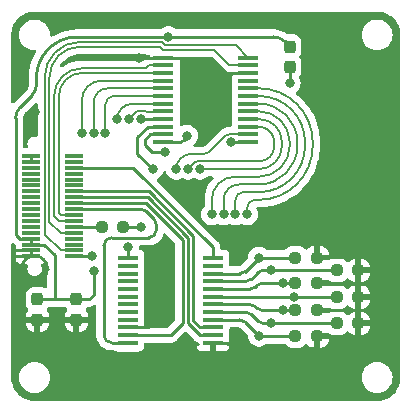
<source format=gbl>
%TF.GenerationSoftware,KiCad,Pcbnew,7.0.7*%
%TF.CreationDate,2023-12-07T16:32:09+01:00*%
%TF.ProjectId,SensitiveSole,53656e73-6974-4697-9665-536f6c652e6b,1.0*%
%TF.SameCoordinates,Original*%
%TF.FileFunction,Copper,L2,Bot*%
%TF.FilePolarity,Positive*%
%FSLAX46Y46*%
G04 Gerber Fmt 4.6, Leading zero omitted, Abs format (unit mm)*
G04 Created by KiCad (PCBNEW 7.0.7) date 2023-12-07 16:32:09*
%MOMM*%
%LPD*%
G01*
G04 APERTURE LIST*
G04 Aperture macros list*
%AMRoundRect*
0 Rectangle with rounded corners*
0 $1 Rounding radius*
0 $2 $3 $4 $5 $6 $7 $8 $9 X,Y pos of 4 corners*
0 Add a 4 corners polygon primitive as box body*
4,1,4,$2,$3,$4,$5,$6,$7,$8,$9,$2,$3,0*
0 Add four circle primitives for the rounded corners*
1,1,$1+$1,$2,$3*
1,1,$1+$1,$4,$5*
1,1,$1+$1,$6,$7*
1,1,$1+$1,$8,$9*
0 Add four rect primitives between the rounded corners*
20,1,$1+$1,$2,$3,$4,$5,0*
20,1,$1+$1,$4,$5,$6,$7,0*
20,1,$1+$1,$6,$7,$8,$9,0*
20,1,$1+$1,$8,$9,$2,$3,0*%
G04 Aperture macros list end*
%TA.AperFunction,SMDPad,CuDef*%
%ADD10R,1.600000X0.300000*%
%TD*%
%TA.AperFunction,SMDPad,CuDef*%
%ADD11RoundRect,0.237500X0.250000X0.237500X-0.250000X0.237500X-0.250000X-0.237500X0.250000X-0.237500X0*%
%TD*%
%TA.AperFunction,SMDPad,CuDef*%
%ADD12RoundRect,0.237500X-0.237500X0.300000X-0.237500X-0.300000X0.237500X-0.300000X0.237500X0.300000X0*%
%TD*%
%TA.AperFunction,SMDPad,CuDef*%
%ADD13R,1.750000X0.450000*%
%TD*%
%TA.AperFunction,SMDPad,CuDef*%
%ADD14RoundRect,0.237500X-0.250000X-0.237500X0.250000X-0.237500X0.250000X0.237500X-0.250000X0.237500X0*%
%TD*%
%TA.AperFunction,ViaPad*%
%ADD15C,0.800000*%
%TD*%
%TA.AperFunction,Conductor*%
%ADD16C,0.250000*%
%TD*%
%TA.AperFunction,Conductor*%
%ADD17C,0.200000*%
%TD*%
G04 APERTURE END LIST*
D10*
%TO.P,BOTTOM_DF12,1,1*%
%TO.N,unconnected-(BOTTOM_DF12-Pad1)*%
X125300114Y-99249986D03*
%TO.P,BOTTOM_DF12,2,2*%
%TO.N,+5V*%
X121699914Y-99249986D03*
%TO.P,BOTTOM_DF12,3,3*%
%TO.N,unconnected-(BOTTOM_DF12-Pad3)*%
X125300114Y-99749986D03*
%TO.P,BOTTOM_DF12,4,4*%
%TO.N,+5V*%
X121699914Y-99749986D03*
%TO.P,BOTTOM_DF12,5,5*%
%TO.N,/IO39*%
X125300114Y-100249986D03*
%TO.P,BOTTOM_DF12,6,6*%
%TO.N,/BATT*%
X121699914Y-100249986D03*
%TO.P,BOTTOM_DF12,7,7*%
%TO.N,unconnected-(BOTTOM_DF12-Pad7)*%
X125300114Y-100749986D03*
%TO.P,BOTTOM_DF12,8,8*%
%TO.N,/VBATT*%
X121699914Y-100749986D03*
%TO.P,BOTTOM_DF12,9,9*%
%TO.N,unconnected-(BOTTOM_DF12-Pad9)*%
X125300114Y-101249986D03*
%TO.P,BOTTOM_DF12,10,10*%
%TO.N,/PB*%
X121699914Y-101249986D03*
%TO.P,BOTTOM_DF12,11,11*%
%TO.N,unconnected-(BOTTOM_DF12-Pad11)*%
X125300114Y-101749986D03*
%TO.P,BOTTOM_DF12,12,12*%
%TO.N,/RESET*%
X121699914Y-101749986D03*
%TO.P,BOTTOM_DF12,13,13*%
%TO.N,/IO32*%
X125300114Y-102249986D03*
%TO.P,BOTTOM_DF12,14,14*%
%TO.N,/GPIO0*%
X121699914Y-102249986D03*
%TO.P,BOTTOM_DF12,15,15*%
%TO.N,/IO33*%
X125300114Y-102749986D03*
%TO.P,BOTTOM_DF12,16,16*%
%TO.N,/RXD*%
X121699914Y-102749986D03*
%TO.P,BOTTOM_DF12,17,17*%
%TO.N,/IO25*%
X125300114Y-103249986D03*
%TO.P,BOTTOM_DF12,18,18*%
%TO.N,/TXD*%
X121699914Y-103249986D03*
%TO.P,BOTTOM_DF12,19,19*%
%TO.N,/IO26*%
X125300114Y-103749986D03*
%TO.P,BOTTOM_DF12,20,20*%
%TO.N,/SCK*%
X121699914Y-103749986D03*
%TO.P,BOTTOM_DF12,21,21*%
%TO.N,/IO27*%
X125300114Y-104249986D03*
%TO.P,BOTTOM_DF12,22,22*%
%TO.N,/MOSI*%
X121699914Y-104249986D03*
%TO.P,BOTTOM_DF12,23,23*%
%TO.N,/IO14*%
X125300114Y-104749986D03*
%TO.P,BOTTOM_DF12,24,24*%
%TO.N,/MISO*%
X121699914Y-104749986D03*
%TO.P,BOTTOM_DF12,25,25*%
%TO.N,/IO15*%
X125300114Y-105249986D03*
%TO.P,BOTTOM_DF12,26,26*%
%TO.N,/SDA*%
X121699914Y-105249986D03*
%TO.P,BOTTOM_DF12,27,27*%
%TO.N,/IO12*%
X125300114Y-105749986D03*
%TO.P,BOTTOM_DF12,28,28*%
%TO.N,/SCL*%
X121699914Y-105749986D03*
%TO.P,BOTTOM_DF12,29,29*%
%TO.N,unconnected-(BOTTOM_DF12-Pad29)*%
X125300114Y-106249986D03*
%TO.P,BOTTOM_DF12,30,30*%
%TO.N,+3.3V*%
X121699914Y-106249986D03*
%TO.P,BOTTOM_DF12,31,31*%
%TO.N,unconnected-(BOTTOM_DF12-Pad31)*%
X125300114Y-106749986D03*
%TO.P,BOTTOM_DF12,32,32*%
%TO.N,+3.3V*%
X121699914Y-106749986D03*
%TO.P,BOTTOM_DF12,33,33*%
%TO.N,/IO5*%
X125300114Y-107249986D03*
%TO.P,BOTTOM_DF12,34,34*%
%TO.N,GND*%
X121699914Y-107249986D03*
%TO.P,BOTTOM_DF12,35,35*%
%TO.N,/IO2*%
X125300114Y-107749986D03*
%TO.P,BOTTOM_DF12,36,36*%
%TO.N,GND*%
X121699914Y-107749986D03*
%TD*%
D11*
%TO.P,6,1*%
%TO.N,GND*%
X145912500Y-107850000D03*
%TO.P,6,2*%
%TO.N,/COL6*%
X144087500Y-107850000D03*
%TD*%
%TO.P,4,1*%
%TO.N,GND*%
X145912500Y-110016668D03*
%TO.P,4,2*%
%TO.N,/COL4*%
X144087500Y-110016668D03*
%TD*%
%TO.P,2,1*%
%TO.N,GND*%
X145912500Y-112333332D03*
%TO.P,2,2*%
%TO.N,/COL2*%
X144087500Y-112333332D03*
%TD*%
D12*
%TO.P,C2,1*%
%TO.N,+3.3V*%
X122228000Y-111379000D03*
%TO.P,C2,2*%
%TO.N,GND*%
X122228000Y-113104000D03*
%TD*%
%TO.P,C1,1*%
%TO.N,+3.3V*%
X125538000Y-111379000D03*
%TO.P,C1,2*%
%TO.N,GND*%
X125538000Y-113104000D03*
%TD*%
D11*
%TO.P,0,1*%
%TO.N,GND*%
X145912500Y-114500000D03*
%TO.P,0,2*%
%TO.N,/COL0*%
X144087500Y-114500000D03*
%TD*%
D13*
%TO.P,COLS,1,COM*%
%TO.N,/IO39*%
X137100000Y-107925000D03*
%TO.P,COLS,2,I7*%
%TO.N,unconnected-(U1-I7-Pad2)*%
X137100000Y-108575000D03*
%TO.P,COLS,3,I6*%
%TO.N,/COL6*%
X137100000Y-109225000D03*
%TO.P,COLS,4,I5*%
%TO.N,/COL5*%
X137100000Y-109875000D03*
%TO.P,COLS,5,I4*%
%TO.N,/COL4*%
X137100000Y-110525000D03*
%TO.P,COLS,6,I3*%
%TO.N,/COL3*%
X137100000Y-111175000D03*
%TO.P,COLS,7,I2*%
%TO.N,/COL2*%
X137100000Y-111825000D03*
%TO.P,COLS,8,I1*%
%TO.N,/COL1*%
X137100000Y-112475000D03*
%TO.P,COLS,9,I0*%
%TO.N,/COL0*%
X137100000Y-113125000D03*
%TO.P,COLS,10,S0*%
%TO.N,/IO32*%
X137100000Y-113775000D03*
%TO.P,COLS,11,S1*%
%TO.N,/IO33*%
X137100000Y-114425000D03*
%TO.P,COLS,12,GND*%
%TO.N,GND*%
X137100000Y-115075000D03*
%TO.P,COLS,13,S3*%
%TO.N,/IO26*%
X129900000Y-115075000D03*
%TO.P,COLS,14,S2*%
%TO.N,/IO25*%
X129900000Y-114425000D03*
%TO.P,COLS,15,~{E}*%
%TO.N,GND*%
X129900000Y-113775000D03*
%TO.P,COLS,16,I15*%
%TO.N,unconnected-(U1-I15-Pad16)*%
X129900000Y-113125000D03*
%TO.P,COLS,17,I14*%
%TO.N,unconnected-(U1-I14-Pad17)*%
X129900000Y-112475000D03*
%TO.P,COLS,18,I13*%
%TO.N,unconnected-(U1-I13-Pad18)*%
X129900000Y-111825000D03*
%TO.P,COLS,19,I12*%
%TO.N,unconnected-(U1-I12-Pad19)*%
X129900000Y-111175000D03*
%TO.P,COLS,20,I11*%
%TO.N,unconnected-(U1-I11-Pad20)*%
X129900000Y-110525000D03*
%TO.P,COLS,21,I10*%
%TO.N,unconnected-(U1-I10-Pad21)*%
X129900000Y-109875000D03*
%TO.P,COLS,22,I9*%
%TO.N,unconnected-(U1-I9-Pad22)*%
X129900000Y-109225000D03*
%TO.P,COLS,23,I8*%
%TO.N,unconnected-(U1-I8-Pad23)*%
X129900000Y-108575000D03*
%TO.P,COLS,24,VCC*%
%TO.N,+3.3V*%
X129900000Y-107925000D03*
%TD*%
D11*
%TO.P,1,1*%
%TO.N,GND*%
X149412500Y-113416650D03*
%TO.P,1,2*%
%TO.N,/COL1*%
X147587500Y-113416650D03*
%TD*%
D12*
%TO.P,0,1*%
%TO.N,+3.3V*%
X143610000Y-89997500D03*
%TO.P,0,2*%
%TO.N,Net-(D1-VDD)*%
X143610000Y-91722500D03*
%TD*%
D11*
%TO.P,5,1*%
%TO.N,GND*%
X149412500Y-108933350D03*
%TO.P,5,2*%
%TO.N,/COL5*%
X147587500Y-108933350D03*
%TD*%
D14*
%TO.P,R8,1*%
%TO.N,/IO15*%
X127680000Y-105249986D03*
%TO.P,R8,2*%
%TO.N,Net-(D1-DIN)*%
X129505000Y-105249986D03*
%TD*%
D13*
%TO.P,ROWS,1,COM*%
%TO.N,/IO2*%
X132900000Y-98075000D03*
%TO.P,ROWS,2,I7*%
%TO.N,/ROW7*%
X132900000Y-97425000D03*
%TO.P,ROWS,3,I6*%
%TO.N,/ROW6*%
X132900000Y-96775000D03*
%TO.P,ROWS,4,I5*%
%TO.N,/ROW5*%
X132900000Y-96125000D03*
%TO.P,ROWS,5,I4*%
%TO.N,/ROW4*%
X132900000Y-95475000D03*
%TO.P,ROWS,6,I3*%
%TO.N,/ROW3*%
X132900000Y-94825000D03*
%TO.P,ROWS,7,I2*%
%TO.N,/ROW2*%
X132900000Y-94175000D03*
%TO.P,ROWS,8,I1*%
%TO.N,/ROW1*%
X132900000Y-93525000D03*
%TO.P,ROWS,9,I0*%
%TO.N,/ROW0*%
X132900000Y-92875000D03*
%TO.P,ROWS,10,S0*%
%TO.N,/IO27*%
X132900000Y-92225000D03*
%TO.P,ROWS,11,S1*%
%TO.N,/IO14*%
X132900000Y-91575000D03*
%TO.P,ROWS,12,GND*%
%TO.N,GND*%
X132900000Y-90925000D03*
%TO.P,ROWS,13,S3*%
%TO.N,/IO5*%
X140100000Y-90925000D03*
%TO.P,ROWS,14,S2*%
%TO.N,/IO12*%
X140100000Y-91575000D03*
%TO.P,ROWS,15,~{E}*%
%TO.N,GND*%
X140100000Y-92225000D03*
%TO.P,ROWS,16,I15*%
%TO.N,unconnected-(U2-I15-Pad16)*%
X140100000Y-92875000D03*
%TO.P,ROWS,17,I14*%
%TO.N,/ROW14*%
X140100000Y-93525000D03*
%TO.P,ROWS,18,I13*%
%TO.N,/ROW13*%
X140100000Y-94175000D03*
%TO.P,ROWS,19,I12*%
%TO.N,/ROW12*%
X140100000Y-94825000D03*
%TO.P,ROWS,20,I11*%
%TO.N,/ROW11*%
X140100000Y-95475000D03*
%TO.P,ROWS,21,I10*%
%TO.N,/ROW10*%
X140100000Y-96125000D03*
%TO.P,ROWS,22,I9*%
%TO.N,/ROW9*%
X140100000Y-96775000D03*
%TO.P,ROWS,23,I8*%
%TO.N,/ROW8*%
X140100000Y-97425000D03*
%TO.P,ROWS,24,VCC*%
%TO.N,+3.3V*%
X140100000Y-98075000D03*
%TD*%
D11*
%TO.P,3,1*%
%TO.N,GND*%
X149412500Y-111208325D03*
%TO.P,3,2*%
%TO.N,/COL3*%
X147587500Y-111208325D03*
%TD*%
D15*
%TO.N,GND*%
X122000014Y-95504000D03*
X149098000Y-92964000D03*
X132088000Y-113275000D03*
X139192000Y-106426000D03*
X130810000Y-90925000D03*
X149098000Y-101092000D03*
%TO.N,+3.3V*%
X138600000Y-98075000D03*
X129900000Y-106934000D03*
X127000000Y-108966000D03*
X133329517Y-89172500D03*
%TO.N,/IO2*%
X126900000Y-107749986D03*
X134910000Y-97532500D03*
%TO.N,/COL6*%
X141000000Y-107850000D03*
%TO.N,/COL5*%
X142000000Y-108933300D03*
%TO.N,/COL4*%
X143000000Y-110016700D03*
%TO.N,/COL3*%
X144000000Y-111208300D03*
%TO.N,/COL2*%
X143000000Y-112333300D03*
%TO.N,/COL1*%
X142000000Y-113416700D03*
%TO.N,/COL0*%
X141000000Y-114500000D03*
%TO.N,/ROW7*%
X133000000Y-98933000D03*
%TO.N,/ROW6*%
X132000000Y-100360000D03*
%TO.N,/ROW5*%
X131000000Y-96125000D03*
%TO.N,/ROW4*%
X130000000Y-96125000D03*
%TO.N,/ROW3*%
X129000000Y-96125000D03*
%TO.N,/ROW2*%
X128000000Y-97275000D03*
%TO.N,/ROW1*%
X127000000Y-97275000D03*
%TO.N,/ROW0*%
X126000000Y-97275000D03*
%TO.N,/ROW14*%
X140000000Y-104200000D03*
%TO.N,/ROW13*%
X139000000Y-104200000D03*
%TO.N,/ROW12*%
X138000000Y-104200000D03*
%TO.N,/ROW11*%
X137000000Y-104200000D03*
%TO.N,/ROW10*%
X136000000Y-100363500D03*
%TO.N,/ROW9*%
X135000000Y-100363500D03*
%TO.N,/ROW8*%
X134000000Y-100360000D03*
%TO.N,Net-(D1-VDD)*%
X143610000Y-93070000D03*
%TO.N,Net-(D1-DIN)*%
X131034000Y-105249986D03*
%TD*%
D16*
%TO.N,GND*%
X149412500Y-112207500D02*
X149412500Y-111208325D01*
X121699914Y-107249986D02*
X121699914Y-107749986D01*
X136899000Y-90925000D02*
X138199000Y-92225000D01*
X132900000Y-90925000D02*
X130810000Y-90925000D01*
X123096000Y-108800000D02*
X123096000Y-108800000D01*
X122000000Y-107704000D02*
X122000000Y-107704000D01*
X131588000Y-113775000D02*
X129900000Y-113775000D01*
X121699914Y-107749986D02*
X122349914Y-107749986D01*
X137100000Y-115075000D02*
X138671000Y-115075000D01*
X132900000Y-90925000D02*
X136899000Y-90925000D01*
X149317332Y-110016668D02*
X149412500Y-109921500D01*
X145912500Y-110016668D02*
X149317332Y-110016668D01*
X145912500Y-112333332D02*
X149286668Y-112333332D01*
X121699914Y-107249986D02*
X120212000Y-107249986D01*
X131588000Y-113775000D02*
X132088000Y-113275000D01*
X149412500Y-109921500D02*
X149412500Y-108933350D01*
X138199000Y-92225000D02*
X140100000Y-92225000D01*
X149286668Y-112333332D02*
X149412500Y-112207500D01*
X122000000Y-107704000D02*
G75*
G03*
X120904000Y-108800000I0J-1096000D01*
G01*
X122000000Y-109896000D02*
G75*
G03*
X123096000Y-108800000I0J1096000D01*
G01*
X120904000Y-108800000D02*
G75*
G03*
X122000000Y-109896000I1096000J0D01*
G01*
X123096000Y-108800000D02*
G75*
G03*
X122000000Y-107704000I-1096000J0D01*
G01*
%TO.N,+5V*%
X121699914Y-99249986D02*
X121699914Y-99749986D01*
%TO.N,/IO39*%
X125300114Y-100249986D02*
X130353174Y-100249986D01*
X137100000Y-106996812D02*
X137100000Y-107925000D01*
X130353174Y-100249986D02*
X137100000Y-106996812D01*
%TO.N,/IO32*%
X135450000Y-113250000D02*
X135975000Y-113775000D01*
X135450000Y-106003406D02*
X135450000Y-113250000D01*
X125300114Y-102249986D02*
X131696580Y-102249986D01*
X131696580Y-102249986D02*
X135450000Y-106003406D01*
X135975000Y-113775000D02*
X137100000Y-113775000D01*
%TO.N,/IO33*%
X125300114Y-102749986D02*
X131560184Y-102749986D01*
X135988604Y-114425000D02*
X137100000Y-114425000D01*
X131560184Y-102749986D02*
X135000000Y-106189802D01*
X135000000Y-106189802D02*
X135000000Y-113436396D01*
X135000000Y-113436396D02*
X135988604Y-114425000D01*
%TO.N,/IO25*%
X125300114Y-103249986D02*
X131409986Y-103249986D01*
X134550000Y-113436396D02*
X133561396Y-114425000D01*
X134550000Y-106390000D02*
X134550000Y-113436396D01*
X133561396Y-114425000D02*
X129900000Y-114425000D01*
X131409986Y-103249986D02*
X134550000Y-106390000D01*
%TO.N,/IO26*%
X131464557Y-103940953D02*
X132119034Y-104595430D01*
X127870000Y-106824000D02*
X127870000Y-114423000D01*
X128522000Y-115075000D02*
X129900000Y-115075000D01*
X131658000Y-106172000D02*
X128522000Y-106172000D01*
X132310000Y-105056463D02*
X132310000Y-105520000D01*
X125300114Y-103749986D02*
X131003523Y-103749986D01*
X132310025Y-105056463D02*
G75*
G03*
X132119033Y-104595431I-652025J-37D01*
G01*
X127870000Y-114423000D02*
G75*
G03*
X128522000Y-115075000I652000J0D01*
G01*
X131658000Y-106172000D02*
G75*
G03*
X132310000Y-105520000I0J652000D01*
G01*
X128522000Y-106172000D02*
G75*
G03*
X127870000Y-106824000I0J-652000D01*
G01*
X131464549Y-103940961D02*
G75*
G03*
X131003523Y-103749986I-461049J-461039D01*
G01*
D17*
%TO.N,/IO27*%
X124054000Y-104103872D02*
X124054000Y-94175000D01*
X125300114Y-104249986D02*
X124200114Y-104249986D01*
X124200114Y-104249986D02*
X124054000Y-104103872D01*
X126004000Y-92225000D02*
X132900000Y-92225000D01*
X126004000Y-92225000D02*
G75*
G03*
X124054000Y-94175000I0J-1950000D01*
G01*
%TO.N,/IO14*%
X126004000Y-91825000D02*
X131450000Y-91825000D01*
X123654000Y-104340268D02*
X123654000Y-94175000D01*
X131450000Y-91825000D02*
X131700000Y-91575000D01*
X131700000Y-91575000D02*
X132900000Y-91575000D01*
X124063718Y-104749986D02*
X123654000Y-104340268D01*
X125300114Y-104749986D02*
X124063718Y-104749986D01*
X126004000Y-91825000D02*
G75*
G03*
X123654000Y-94175000I0J-2350000D01*
G01*
D16*
%TO.N,/IO15*%
X127680000Y-105249986D02*
X125300114Y-105249986D01*
D17*
%TO.N,/IO12*%
X138453239Y-91575000D02*
X140100000Y-91575000D01*
X132588000Y-89997500D02*
X132863000Y-90272500D01*
X137150239Y-90272000D02*
X138453239Y-91575000D01*
X132863000Y-90272500D02*
X133096000Y-90272500D01*
X133000000Y-90272000D02*
X137150239Y-90272000D01*
X123254000Y-104803872D02*
X123254000Y-92597500D01*
X125854000Y-89997500D02*
X132588000Y-89997500D01*
X124200114Y-105749986D02*
X123254000Y-104803872D01*
X125300114Y-105749986D02*
X124200114Y-105749986D01*
X125854000Y-89997500D02*
G75*
G03*
X123254000Y-92597500I0J-2600000D01*
G01*
D16*
%TO.N,+3.3V*%
X120776761Y-95123239D02*
X121773739Y-94126261D01*
X121699914Y-106249986D02*
X120727986Y-106249986D01*
X124938000Y-111379000D02*
X126619000Y-111379000D01*
X129900000Y-106934000D02*
X129900000Y-107925000D01*
X123698000Y-107648072D02*
X123698000Y-111379000D01*
X127000000Y-110998000D02*
X127000000Y-108966000D01*
X127000000Y-108966000D02*
X127000000Y-108712000D01*
X122799914Y-106749986D02*
X123698000Y-107648072D01*
X122228000Y-111379000D02*
X123698000Y-111379000D01*
X121699914Y-106749986D02*
X121699914Y-106249986D01*
X123698000Y-111379000D02*
X124938000Y-111379000D01*
X140100000Y-98075000D02*
X138600000Y-98075000D01*
X133329517Y-89172500D02*
X142246522Y-89172500D01*
X120727986Y-106249986D02*
X120396000Y-105918000D01*
X143165761Y-89553261D02*
X143610000Y-89997500D01*
X126619000Y-111379000D02*
X127000000Y-110998000D01*
X125621606Y-89172500D02*
X133329517Y-89172500D01*
X121699914Y-106749986D02*
X122799914Y-106749986D01*
X122154500Y-93207022D02*
X122154500Y-92639606D01*
X120396000Y-105918000D02*
X120396000Y-96042478D01*
X125621606Y-89172500D02*
G75*
G03*
X122154500Y-92639606I-6J-3467100D01*
G01*
X120776772Y-95123250D02*
G75*
G03*
X120396000Y-96042478I919228J-919250D01*
G01*
X121773728Y-94126250D02*
G75*
G03*
X122154500Y-93207022I-919228J919250D01*
G01*
X143165750Y-89553272D02*
G75*
G03*
X142246522Y-89172500I-919250J-919228D01*
G01*
D17*
%TO.N,/IO5*%
X125300114Y-107249986D02*
X124200114Y-107249986D01*
X122854000Y-105903872D02*
X122854000Y-92597500D01*
X139047500Y-89872500D02*
X140100000Y-90925000D01*
X124200114Y-107249986D02*
X122854000Y-105903872D01*
X133039567Y-89872500D02*
X139047500Y-89872500D01*
X132764567Y-89597500D02*
X133039567Y-89872500D01*
X125854000Y-89597500D02*
X132764567Y-89597500D01*
X125854000Y-89597500D02*
G75*
G03*
X122854000Y-92597500I0J-3000000D01*
G01*
D16*
%TO.N,/IO2*%
X125300114Y-107749986D02*
X126900000Y-107749986D01*
X134367500Y-98075000D02*
X132900000Y-98075000D01*
X134367500Y-98075000D02*
G75*
G03*
X134910000Y-97532500I0J542500D01*
G01*
%TO.N,/COL6*%
X141000000Y-107850000D02*
X144087500Y-107850000D01*
X139815381Y-109034619D02*
X141000000Y-107850000D01*
X137100000Y-109225000D02*
X139355761Y-109225000D01*
X139355761Y-109224972D02*
G75*
G03*
X139815381Y-109034619I39J649972D01*
G01*
%TO.N,/COL5*%
X142000000Y-108933300D02*
X141348139Y-108933300D01*
X139867961Y-109875000D02*
X137100000Y-109875000D01*
X142000050Y-108933350D02*
X142000000Y-108933300D01*
X140888519Y-109123681D02*
X140327580Y-109684620D01*
X147587500Y-108933350D02*
X142000050Y-108933350D01*
X139867961Y-109874972D02*
G75*
G03*
X140327580Y-109684620I39J649972D01*
G01*
X141348139Y-108933328D02*
G75*
G03*
X140888519Y-109123681I-39J-649972D01*
G01*
%TO.N,/COL4*%
X140233961Y-110525000D02*
X137100000Y-110525000D01*
X140821151Y-110207049D02*
X140693580Y-110334620D01*
X144087500Y-110016668D02*
X141280771Y-110016668D01*
X140233961Y-110524972D02*
G75*
G03*
X140693580Y-110334620I39J649972D01*
G01*
X141280771Y-110016657D02*
G75*
G03*
X140821151Y-110207049I29J-650043D01*
G01*
%TO.N,/COL3*%
X137133325Y-111208325D02*
X137100000Y-111175000D01*
X147587500Y-111208325D02*
X137133325Y-111208325D01*
%TO.N,/COL2*%
X140821151Y-112142951D02*
X140693580Y-112015380D01*
X144087500Y-112333332D02*
X141280771Y-112333332D01*
X140233961Y-111825000D02*
X137100000Y-111825000D01*
X140693599Y-112015361D02*
G75*
G03*
X140233961Y-111825000I-459599J-459639D01*
G01*
X140821159Y-112142943D02*
G75*
G03*
X141280771Y-112333332I459641J459643D01*
G01*
%TO.N,/COL1*%
X140888519Y-113226319D02*
X140327580Y-112665380D01*
X139867961Y-112475000D02*
X137100000Y-112475000D01*
X142000000Y-113416700D02*
X141348139Y-113416700D01*
X147587500Y-113416650D02*
X142000050Y-113416650D01*
X140327599Y-112665361D02*
G75*
G03*
X139867961Y-112475000I-459599J-459639D01*
G01*
X140888500Y-113226338D02*
G75*
G03*
X141348139Y-113416700I459600J459638D01*
G01*
%TO.N,/COL0*%
X139815381Y-113315381D02*
X141000000Y-114500000D01*
X141000000Y-114500000D02*
X144087500Y-114500000D01*
X137100000Y-113125000D02*
X139355761Y-113125000D01*
X139815400Y-113315362D02*
G75*
G03*
X139355761Y-113125000I-459600J-459638D01*
G01*
%TO.N,/ROW7*%
X133000000Y-98933000D02*
X131953000Y-98933000D01*
X131800000Y-97425000D02*
X132900000Y-97425000D01*
X131318000Y-98298000D02*
X131318000Y-97907000D01*
X131953000Y-98933000D02*
X131318000Y-98298000D01*
X131318000Y-97907000D02*
X131800000Y-97425000D01*
%TO.N,/ROW6*%
X131571000Y-96775000D02*
X132900000Y-96775000D01*
X132000000Y-100360000D02*
X130694654Y-99054654D01*
X130694654Y-97651346D02*
X131571000Y-96775000D01*
X130694654Y-99054654D02*
X130694654Y-97651346D01*
%TO.N,/ROW5*%
X132900000Y-96125000D02*
X131000000Y-96125000D01*
D17*
%TO.N,/ROW4*%
X130857406Y-95425000D02*
X131322000Y-95425000D01*
X132871000Y-95504000D02*
X132900000Y-95475000D01*
X130000000Y-96125000D02*
X130000000Y-96125000D01*
X131392711Y-95454290D02*
X131413132Y-95474711D01*
X131483842Y-95504000D02*
X132871000Y-95504000D01*
X130000000Y-96125000D02*
X130588698Y-95536302D01*
X130857406Y-95425001D02*
G75*
G03*
X130588698Y-95536302I-6J-379999D01*
G01*
X131392711Y-95454290D02*
G75*
G03*
X131322000Y-95425000I-70711J-70710D01*
G01*
X131413111Y-95474732D02*
G75*
G03*
X131483842Y-95504000I70689J70732D01*
G01*
%TO.N,/ROW3*%
X130300000Y-94825000D02*
X132900000Y-94825000D01*
X129000000Y-96125000D02*
X129000000Y-96125000D01*
X130300000Y-94825000D02*
G75*
G03*
X129000000Y-96125000I0J-1300000D01*
G01*
%TO.N,/ROW2*%
X128000000Y-94869177D02*
X128000000Y-97275000D01*
X128694177Y-94175000D02*
X132900000Y-94175000D01*
X128694177Y-94175000D02*
G75*
G03*
X128000000Y-94869177I23J-694200D01*
G01*
%TO.N,/ROW1*%
X127000000Y-94721920D02*
X127000000Y-97275000D01*
X128196920Y-93525000D02*
X132900000Y-93525000D01*
X128196920Y-93525000D02*
G75*
G03*
X127000000Y-94721920I-20J-1196900D01*
G01*
%TO.N,/ROW0*%
X127683133Y-92875000D02*
X132900000Y-92875000D01*
X126000000Y-94558133D02*
X126000000Y-97275000D01*
X127683133Y-92875000D02*
G75*
G03*
X126000000Y-94558133I-33J-1683100D01*
G01*
%TO.N,/ROW14*%
X140650000Y-102963500D02*
X140992000Y-102963500D01*
X145542000Y-98075000D02*
X145542000Y-98413500D01*
X140000000Y-104200000D02*
X140000000Y-103613500D01*
X140100000Y-93525000D02*
X140992000Y-93525000D01*
X145542000Y-98075000D02*
G75*
G03*
X140992000Y-93525000I-4550000J0D01*
G01*
X140650000Y-102963500D02*
G75*
G03*
X140000000Y-103613500I0J-650000D01*
G01*
X140992000Y-102963500D02*
G75*
G03*
X145542000Y-98413500I0J4550000D01*
G01*
%TO.N,/ROW13*%
X144892000Y-98075000D02*
X144892000Y-98413500D01*
X139000000Y-102963500D02*
X139000000Y-104200000D01*
X140100000Y-94175000D02*
X140992000Y-94175000D01*
X139650000Y-102313500D02*
X140992000Y-102313500D01*
X139650000Y-102313500D02*
G75*
G03*
X139000000Y-102963500I0J-650000D01*
G01*
X144892000Y-98075000D02*
G75*
G03*
X140992000Y-94175000I-3900000J0D01*
G01*
X140992000Y-102313500D02*
G75*
G03*
X144892000Y-98413500I0J3900000D01*
G01*
%TO.N,/ROW12*%
X140100000Y-94825000D02*
X140992000Y-94825000D01*
X144242000Y-98075000D02*
X144242000Y-98413500D01*
X138000000Y-102963500D02*
X138000000Y-104200000D01*
X139300000Y-101663500D02*
X140992000Y-101663500D01*
X144242000Y-98075000D02*
G75*
G03*
X140992000Y-94825000I-3250000J0D01*
G01*
X140992000Y-101663500D02*
G75*
G03*
X144242000Y-98413500I0J3250000D01*
G01*
X139300000Y-101663500D02*
G75*
G03*
X138000000Y-102963500I0J-1300000D01*
G01*
%TO.N,/ROW11*%
X143592000Y-98075000D02*
X143592000Y-98413500D01*
X137000000Y-102963500D02*
X137000000Y-104200000D01*
X138950000Y-101013500D02*
X140992000Y-101013500D01*
X140100000Y-95475000D02*
X140992000Y-95475000D01*
X140992000Y-101013500D02*
G75*
G03*
X143592000Y-98413500I0J2600000D01*
G01*
X138950000Y-101013500D02*
G75*
G03*
X137000000Y-102963500I0J-1950000D01*
G01*
X143592000Y-98075000D02*
G75*
G03*
X140992000Y-95475000I-2600000J0D01*
G01*
%TO.N,/ROW10*%
X142942000Y-98075000D02*
X142942000Y-98413500D01*
X140100000Y-96125000D02*
X140992000Y-96125000D01*
X136000000Y-100363500D02*
X140992000Y-100363500D01*
X142942000Y-98075000D02*
G75*
G03*
X140992000Y-96125000I-1950000J0D01*
G01*
X140992000Y-100363500D02*
G75*
G03*
X142942000Y-98413500I0J1950000D01*
G01*
%TO.N,/ROW9*%
X136950000Y-99663500D02*
X135863602Y-99663500D01*
X137000000Y-99713500D02*
X140992000Y-99713500D01*
X140100000Y-96775000D02*
X140992000Y-96775000D01*
X137000000Y-99713500D02*
X136950000Y-99663500D01*
X135584316Y-99779184D02*
X135000000Y-100363500D01*
X142292000Y-98075000D02*
X142292000Y-98413500D01*
X140992000Y-99713500D02*
G75*
G03*
X142292000Y-98413500I0J1300000D01*
G01*
X142292000Y-98075000D02*
G75*
G03*
X140992000Y-96775000I-1300000J0D01*
G01*
X135863602Y-99663511D02*
G75*
G03*
X135584317Y-99779185I-2J-394989D01*
G01*
%TO.N,/ROW8*%
X138563276Y-97375000D02*
X140050000Y-97375000D01*
X136780618Y-98928494D02*
X136780618Y-98904432D01*
X140050000Y-97375000D02*
X140100000Y-97425000D01*
X135300000Y-99060000D02*
X136382761Y-99060000D01*
X136780618Y-98904432D02*
X138130993Y-97554057D01*
X138563276Y-97374971D02*
G75*
G03*
X138130993Y-97554057I24J-611329D01*
G01*
X136382761Y-99060023D02*
G75*
G03*
X136780618Y-98928494I-5761J684923D01*
G01*
X135300000Y-99060000D02*
G75*
G03*
X134000000Y-100360000I0J-1300000D01*
G01*
D16*
%TO.N,Net-(D1-VDD)*%
X143610000Y-91722500D02*
X143610000Y-93070000D01*
%TO.N,Net-(D1-DIN)*%
X129505000Y-105249986D02*
X130780000Y-105249986D01*
%TD*%
%TA.AperFunction,Conductor*%
%TO.N,GND*%
G36*
X151002038Y-87025618D02*
G01*
X151253686Y-87042114D01*
X151261722Y-87043172D01*
X151507061Y-87091974D01*
X151514898Y-87094073D01*
X151751767Y-87174482D01*
X151759267Y-87177589D01*
X151869904Y-87232148D01*
X151983618Y-87288226D01*
X151990642Y-87292283D01*
X152119094Y-87378111D01*
X152198632Y-87431257D01*
X152205068Y-87436196D01*
X152393133Y-87601126D01*
X152398873Y-87606866D01*
X152563803Y-87794931D01*
X152568744Y-87801369D01*
X152589642Y-87832645D01*
X152707716Y-88009357D01*
X152711776Y-88016387D01*
X152822410Y-88240732D01*
X152825517Y-88248232D01*
X152905924Y-88485097D01*
X152908025Y-88492939D01*
X152956826Y-88738275D01*
X152957886Y-88746323D01*
X152970045Y-88931815D01*
X152974381Y-88997952D01*
X152974514Y-89002009D01*
X152974514Y-117997949D01*
X152974381Y-118002005D01*
X152957889Y-118253653D01*
X152956829Y-118261702D01*
X152908031Y-118507037D01*
X152905929Y-118514879D01*
X152825525Y-118751749D01*
X152822418Y-118759249D01*
X152711784Y-118983597D01*
X152707725Y-118990628D01*
X152568755Y-119198615D01*
X152563812Y-119205056D01*
X152398883Y-119393124D01*
X152393143Y-119398865D01*
X152205078Y-119563796D01*
X152198636Y-119568739D01*
X151990653Y-119707710D01*
X151983622Y-119711769D01*
X151759272Y-119822409D01*
X151751771Y-119825516D01*
X151514906Y-119905922D01*
X151507064Y-119908023D01*
X151261727Y-119956826D01*
X151253678Y-119957886D01*
X151145298Y-119964990D01*
X151002465Y-119974353D01*
X150998417Y-119974486D01*
X122002050Y-119974486D01*
X121997995Y-119974353D01*
X121746342Y-119957861D01*
X121738292Y-119956801D01*
X121492970Y-119908003D01*
X121485128Y-119905902D01*
X121248251Y-119825496D01*
X121240755Y-119822391D01*
X121016408Y-119711755D01*
X121009379Y-119707697D01*
X120905386Y-119638211D01*
X120801390Y-119568724D01*
X120794958Y-119563788D01*
X120606884Y-119398852D01*
X120601145Y-119393113D01*
X120553128Y-119338360D01*
X120436209Y-119205039D01*
X120431277Y-119198611D01*
X120292301Y-118990618D01*
X120288246Y-118983596D01*
X120177604Y-118759236D01*
X120174505Y-118751754D01*
X120140800Y-118652460D01*
X120094097Y-118514871D01*
X120091996Y-118507029D01*
X120089528Y-118494625D01*
X120043196Y-118261694D01*
X120042138Y-118253657D01*
X120025647Y-118002004D01*
X120025581Y-118000001D01*
X120694546Y-118000001D01*
X120714378Y-118226686D01*
X120714380Y-118226697D01*
X120773272Y-118446488D01*
X120773275Y-118446497D01*
X120869445Y-118652732D01*
X120869446Y-118652734D01*
X120999968Y-118839141D01*
X121160872Y-119000045D01*
X121160875Y-119000047D01*
X121347280Y-119130568D01*
X121553518Y-119226739D01*
X121773322Y-119285635D01*
X121943230Y-119300500D01*
X122056798Y-119300500D01*
X122226706Y-119285635D01*
X122446510Y-119226739D01*
X122652748Y-119130568D01*
X122839153Y-119000047D01*
X123000061Y-118839139D01*
X123130582Y-118652734D01*
X123226753Y-118446496D01*
X123285649Y-118226692D01*
X123305482Y-118000001D01*
X149694532Y-118000001D01*
X149714364Y-118226686D01*
X149714366Y-118226697D01*
X149773258Y-118446488D01*
X149773261Y-118446497D01*
X149869431Y-118652732D01*
X149869432Y-118652734D01*
X149999954Y-118839141D01*
X150160858Y-119000045D01*
X150160861Y-119000047D01*
X150347266Y-119130568D01*
X150553504Y-119226739D01*
X150773308Y-119285635D01*
X150943216Y-119300500D01*
X151056784Y-119300500D01*
X151226692Y-119285635D01*
X151446496Y-119226739D01*
X151652734Y-119130568D01*
X151839139Y-119000047D01*
X152000047Y-118839139D01*
X152130568Y-118652734D01*
X152226739Y-118446496D01*
X152285635Y-118226692D01*
X152305468Y-118000000D01*
X152285635Y-117773308D01*
X152226739Y-117553504D01*
X152130568Y-117347266D01*
X152000047Y-117160861D01*
X152000045Y-117160858D01*
X151839141Y-116999954D01*
X151652734Y-116869432D01*
X151652732Y-116869431D01*
X151446497Y-116773261D01*
X151446488Y-116773258D01*
X151226697Y-116714366D01*
X151226687Y-116714364D01*
X151056784Y-116699500D01*
X150943216Y-116699500D01*
X150773312Y-116714364D01*
X150773302Y-116714366D01*
X150553511Y-116773258D01*
X150553502Y-116773261D01*
X150347267Y-116869431D01*
X150347265Y-116869432D01*
X150160858Y-116999954D01*
X149999954Y-117160858D01*
X149869432Y-117347265D01*
X149869431Y-117347267D01*
X149773261Y-117553502D01*
X149773258Y-117553511D01*
X149714366Y-117773302D01*
X149714364Y-117773313D01*
X149694532Y-117999998D01*
X149694532Y-118000001D01*
X123305482Y-118000001D01*
X123305482Y-118000000D01*
X123285649Y-117773308D01*
X123226753Y-117553504D01*
X123130582Y-117347266D01*
X123000061Y-117160861D01*
X123000059Y-117160858D01*
X122839155Y-116999954D01*
X122652748Y-116869432D01*
X122652746Y-116869431D01*
X122446511Y-116773261D01*
X122446502Y-116773258D01*
X122226711Y-116714366D01*
X122226701Y-116714364D01*
X122056798Y-116699500D01*
X121943230Y-116699500D01*
X121773326Y-116714364D01*
X121773316Y-116714366D01*
X121553525Y-116773258D01*
X121553516Y-116773261D01*
X121347281Y-116869431D01*
X121347279Y-116869432D01*
X121160872Y-116999954D01*
X120999968Y-117160858D01*
X120869446Y-117347265D01*
X120869445Y-117347267D01*
X120773275Y-117553502D01*
X120773272Y-117553511D01*
X120714380Y-117773302D01*
X120714378Y-117773313D01*
X120694546Y-117999998D01*
X120694546Y-118000001D01*
X120025581Y-118000001D01*
X120025514Y-117997949D01*
X120025514Y-113354000D01*
X121253001Y-113354000D01*
X121253001Y-113453154D01*
X121263319Y-113554152D01*
X121317546Y-113717800D01*
X121317551Y-113717811D01*
X121408052Y-113864534D01*
X121408055Y-113864538D01*
X121529961Y-113986444D01*
X121529965Y-113986447D01*
X121676688Y-114076948D01*
X121676699Y-114076953D01*
X121840347Y-114131180D01*
X121941352Y-114141499D01*
X121978000Y-114141499D01*
X121978000Y-113354000D01*
X122477999Y-113354000D01*
X122477999Y-114141498D01*
X122478000Y-114141499D01*
X122514640Y-114141499D01*
X122514654Y-114141498D01*
X122615652Y-114131180D01*
X122779300Y-114076953D01*
X122779311Y-114076948D01*
X122926034Y-113986447D01*
X122926038Y-113986444D01*
X123047944Y-113864538D01*
X123047947Y-113864534D01*
X123138448Y-113717811D01*
X123138453Y-113717800D01*
X123192680Y-113554152D01*
X123202999Y-113453154D01*
X123203000Y-113453141D01*
X123203000Y-113354000D01*
X124563001Y-113354000D01*
X124563001Y-113453154D01*
X124573319Y-113554152D01*
X124627546Y-113717800D01*
X124627551Y-113717811D01*
X124718052Y-113864534D01*
X124718055Y-113864538D01*
X124839961Y-113986444D01*
X124839965Y-113986447D01*
X124986688Y-114076948D01*
X124986699Y-114076953D01*
X125150347Y-114131180D01*
X125251352Y-114141499D01*
X125288000Y-114141499D01*
X125288000Y-113354000D01*
X125787999Y-113354000D01*
X125787999Y-114141498D01*
X125788000Y-114141499D01*
X125824640Y-114141499D01*
X125824654Y-114141498D01*
X125925652Y-114131180D01*
X126089300Y-114076953D01*
X126089311Y-114076948D01*
X126236034Y-113986447D01*
X126236038Y-113986444D01*
X126357944Y-113864538D01*
X126357947Y-113864534D01*
X126448448Y-113717811D01*
X126448453Y-113717800D01*
X126502680Y-113554152D01*
X126512999Y-113453154D01*
X126513000Y-113453141D01*
X126513000Y-113354000D01*
X125787999Y-113354000D01*
X125288000Y-113354000D01*
X124563001Y-113354000D01*
X123203000Y-113354000D01*
X122477999Y-113354000D01*
X121978000Y-113354000D01*
X121253001Y-113354000D01*
X120025514Y-113354000D01*
X120025514Y-106745905D01*
X120045199Y-106678866D01*
X120098003Y-106633111D01*
X120167161Y-106623167D01*
X120230717Y-106652192D01*
X120234398Y-106655513D01*
X120287065Y-106704970D01*
X120308210Y-106726116D01*
X120313799Y-106730452D01*
X120318231Y-106734238D01*
X120352297Y-106766226D01*
X120387692Y-106826467D01*
X120391414Y-106856619D01*
X120391414Y-106948640D01*
X120398754Y-107016898D01*
X120398163Y-107016961D01*
X120400199Y-107049495D01*
X120399914Y-107052142D01*
X120399914Y-107099986D01*
X120422202Y-107122274D01*
X120451633Y-107149674D01*
X120486922Y-107196815D01*
X120490561Y-107201675D01*
X120514978Y-107267140D01*
X120500126Y-107335412D01*
X120450721Y-107384818D01*
X120402868Y-107397031D01*
X120399914Y-107399986D01*
X120399914Y-107447821D01*
X120404097Y-107486734D01*
X120404097Y-107513238D01*
X120399914Y-107552150D01*
X120399914Y-107599986D01*
X121725914Y-107599986D01*
X121792953Y-107619671D01*
X121838708Y-107672475D01*
X121849914Y-107723986D01*
X121849914Y-107775986D01*
X121830229Y-107843025D01*
X121777425Y-107888780D01*
X121725914Y-107899986D01*
X120399914Y-107899986D01*
X120399914Y-107947830D01*
X120406315Y-108007358D01*
X120406317Y-108007365D01*
X120456559Y-108142072D01*
X120456563Y-108142079D01*
X120542723Y-108257173D01*
X120542726Y-108257176D01*
X120657820Y-108343336D01*
X120657827Y-108343340D01*
X120792534Y-108393582D01*
X120792541Y-108393584D01*
X120852069Y-108399985D01*
X120852086Y-108399986D01*
X121330143Y-108399986D01*
X121397182Y-108419671D01*
X121442937Y-108472475D01*
X121452881Y-108541633D01*
X121444704Y-108571438D01*
X121414971Y-108643220D01*
X121414969Y-108643225D01*
X121394332Y-108799984D01*
X121394332Y-108799987D01*
X121414969Y-108956746D01*
X121414970Y-108956748D01*
X121475478Y-109102827D01*
X121571732Y-109228268D01*
X121697173Y-109324522D01*
X121843252Y-109385030D01*
X121960653Y-109400486D01*
X121960660Y-109400486D01*
X122039368Y-109400486D01*
X122039375Y-109400486D01*
X122156776Y-109385030D01*
X122302855Y-109324522D01*
X122428296Y-109228268D01*
X122524550Y-109102827D01*
X122585058Y-108956748D01*
X122605696Y-108799986D01*
X122585058Y-108643224D01*
X122547643Y-108552898D01*
X122540175Y-108483429D01*
X122571450Y-108420950D01*
X122618872Y-108389264D01*
X122742000Y-108343340D01*
X122742007Y-108343336D01*
X122864202Y-108251861D01*
X122865999Y-108254261D01*
X122914142Y-108227974D01*
X122983834Y-108232958D01*
X123039767Y-108274830D01*
X123064184Y-108340294D01*
X123064500Y-108349140D01*
X123064500Y-110349797D01*
X123044815Y-110416836D01*
X122992011Y-110462591D01*
X122922853Y-110472535D01*
X122875403Y-110455335D01*
X122782928Y-110398295D01*
X122782922Y-110398292D01*
X122782920Y-110398291D01*
X122636572Y-110349797D01*
X122617382Y-110343438D01*
X122515214Y-110333000D01*
X121940794Y-110333000D01*
X121940778Y-110333001D01*
X121838617Y-110343438D01*
X121673082Y-110398290D01*
X121673071Y-110398295D01*
X121524657Y-110489839D01*
X121524653Y-110489842D01*
X121401342Y-110613153D01*
X121401339Y-110613157D01*
X121309795Y-110761571D01*
X121309790Y-110761582D01*
X121254938Y-110927117D01*
X121244500Y-111029279D01*
X121244500Y-111728705D01*
X121244501Y-111728721D01*
X121254938Y-111830882D01*
X121309790Y-111996417D01*
X121309795Y-111996428D01*
X121401339Y-112144842D01*
X121401342Y-112144846D01*
X121416325Y-112159829D01*
X121449810Y-112221152D01*
X121444826Y-112290844D01*
X121416329Y-112335188D01*
X121408052Y-112343465D01*
X121317551Y-112490188D01*
X121317546Y-112490199D01*
X121263319Y-112653847D01*
X121253000Y-112754845D01*
X121253000Y-112854000D01*
X123202998Y-112854000D01*
X123202999Y-112754860D01*
X123202998Y-112754845D01*
X123192680Y-112653847D01*
X123138453Y-112490199D01*
X123138448Y-112490188D01*
X123047947Y-112343465D01*
X123047944Y-112343461D01*
X123039674Y-112335191D01*
X123006189Y-112273868D01*
X123011173Y-112204176D01*
X123039674Y-112159829D01*
X123054658Y-112144846D01*
X123054660Y-112144843D01*
X123099959Y-112071403D01*
X123151907Y-112024678D01*
X123205497Y-112012500D01*
X123617970Y-112012500D01*
X123626395Y-112012500D01*
X123649626Y-112014696D01*
X123654143Y-112015557D01*
X123657906Y-112016275D01*
X123715980Y-112012621D01*
X123719853Y-112012500D01*
X124560503Y-112012500D01*
X124627542Y-112032185D01*
X124666041Y-112071403D01*
X124711339Y-112144842D01*
X124711342Y-112144846D01*
X124726325Y-112159829D01*
X124759810Y-112221152D01*
X124754826Y-112290844D01*
X124726329Y-112335188D01*
X124718052Y-112343465D01*
X124627551Y-112490188D01*
X124627546Y-112490199D01*
X124573319Y-112653847D01*
X124563000Y-112754845D01*
X124563000Y-112854000D01*
X126512998Y-112854000D01*
X126512999Y-112754860D01*
X126512998Y-112754845D01*
X126502680Y-112653847D01*
X126448453Y-112490199D01*
X126448448Y-112490188D01*
X126357947Y-112343465D01*
X126357944Y-112343461D01*
X126349674Y-112335191D01*
X126316189Y-112273868D01*
X126321173Y-112204176D01*
X126349674Y-112159829D01*
X126364658Y-112144846D01*
X126364660Y-112144843D01*
X126409959Y-112071403D01*
X126461907Y-112024678D01*
X126515497Y-112012500D01*
X126535366Y-112012500D01*
X126551113Y-112014238D01*
X126551139Y-112013968D01*
X126558905Y-112014701D01*
X126558909Y-112014702D01*
X126628958Y-112012500D01*
X126658856Y-112012500D01*
X126658857Y-112012500D01*
X126660222Y-112012327D01*
X126665862Y-112011614D01*
X126671685Y-112011156D01*
X126697708Y-112010338D01*
X126718890Y-112009673D01*
X126728681Y-112006827D01*
X126738481Y-112003980D01*
X126757538Y-112000032D01*
X126777797Y-111997474D01*
X126821721Y-111980082D01*
X126827221Y-111978199D01*
X126872593Y-111965018D01*
X126890165Y-111954625D01*
X126907632Y-111946068D01*
X126926617Y-111938552D01*
X126964826Y-111910790D01*
X126969704Y-111907585D01*
X127010362Y-111883542D01*
X127024800Y-111869102D01*
X127042749Y-111854250D01*
X127042774Y-111854233D01*
X127109279Y-111832814D01*
X127176807Y-111850750D01*
X127223918Y-111902348D01*
X127236500Y-111956772D01*
X127236500Y-114524176D01*
X127268152Y-114724022D01*
X127309679Y-114851827D01*
X127330680Y-114916461D01*
X127422542Y-115096749D01*
X127541476Y-115260447D01*
X127684553Y-115403524D01*
X127848251Y-115522458D01*
X128028539Y-115614320D01*
X128160471Y-115657187D01*
X128220977Y-115676847D01*
X128420824Y-115708500D01*
X128420829Y-115708500D01*
X128441970Y-115708500D01*
X128680900Y-115708500D01*
X128747939Y-115728185D01*
X128755211Y-115733234D01*
X128778792Y-115750887D01*
X128778793Y-115750888D01*
X128910464Y-115799999D01*
X128915799Y-115801989D01*
X128943050Y-115804918D01*
X128976345Y-115808499D01*
X128976362Y-115808500D01*
X130823638Y-115808500D01*
X130823654Y-115808499D01*
X130850692Y-115805591D01*
X130884201Y-115801989D01*
X130889537Y-115799999D01*
X130906703Y-115793596D01*
X131021204Y-115750889D01*
X131138261Y-115663261D01*
X131225889Y-115546204D01*
X131276989Y-115409201D01*
X131281333Y-115368794D01*
X131283499Y-115348654D01*
X131283500Y-115348637D01*
X131283500Y-115182500D01*
X131303185Y-115115461D01*
X131355989Y-115069706D01*
X131407500Y-115058500D01*
X133477762Y-115058500D01*
X133493509Y-115060238D01*
X133493535Y-115059968D01*
X133501301Y-115060701D01*
X133501305Y-115060702D01*
X133571354Y-115058500D01*
X133601252Y-115058500D01*
X133601253Y-115058500D01*
X133602618Y-115058327D01*
X133608258Y-115057614D01*
X133614081Y-115057156D01*
X133640104Y-115056338D01*
X133661286Y-115055673D01*
X133671077Y-115052827D01*
X133680877Y-115049980D01*
X133699934Y-115046032D01*
X133720193Y-115043474D01*
X133764117Y-115026082D01*
X133769617Y-115024199D01*
X133814989Y-115011018D01*
X133832561Y-115000625D01*
X133850028Y-114992068D01*
X133869013Y-114984552D01*
X133907222Y-114956790D01*
X133912100Y-114953585D01*
X133952758Y-114929542D01*
X133967198Y-114915100D01*
X133981988Y-114902470D01*
X133998503Y-114890472D01*
X134028618Y-114854067D01*
X134032522Y-114849776D01*
X134687322Y-114194977D01*
X134748641Y-114161495D01*
X134818333Y-114166479D01*
X134862680Y-114194980D01*
X135481514Y-114813814D01*
X135491420Y-114826178D01*
X135491630Y-114826005D01*
X135496605Y-114832019D01*
X135547698Y-114879999D01*
X135563904Y-114896204D01*
X135568834Y-114901134D01*
X135574406Y-114905456D01*
X135578846Y-114909249D01*
X135613282Y-114941586D01*
X135631171Y-114951420D01*
X135647437Y-114962104D01*
X135663563Y-114974613D01*
X135706902Y-114993367D01*
X135712149Y-114995937D01*
X135753544Y-115018695D01*
X135773322Y-115023773D01*
X135791723Y-115030073D01*
X135810459Y-115038181D01*
X135854966Y-115045229D01*
X135857107Y-115045569D01*
X135862816Y-115046751D01*
X135898436Y-115055897D01*
X135958472Y-115091635D01*
X135989656Y-115154160D01*
X135982087Y-115223618D01*
X135938168Y-115277958D01*
X135871842Y-115299927D01*
X135867595Y-115300000D01*
X135725000Y-115300000D01*
X135725000Y-115347844D01*
X135731401Y-115407372D01*
X135731403Y-115407379D01*
X135781645Y-115542086D01*
X135781649Y-115542093D01*
X135867809Y-115657187D01*
X135867812Y-115657190D01*
X135982906Y-115743350D01*
X135982913Y-115743354D01*
X136117620Y-115793596D01*
X136117627Y-115793598D01*
X136177155Y-115799999D01*
X136177172Y-115800000D01*
X136875000Y-115800000D01*
X136875000Y-115282500D01*
X136894685Y-115215461D01*
X136947489Y-115169706D01*
X136999000Y-115158500D01*
X137201000Y-115158500D01*
X137268039Y-115178185D01*
X137313794Y-115230989D01*
X137325000Y-115282500D01*
X137325000Y-115800000D01*
X138022828Y-115800000D01*
X138022844Y-115799999D01*
X138082372Y-115793598D01*
X138082379Y-115793596D01*
X138217086Y-115743354D01*
X138217093Y-115743350D01*
X138332187Y-115657190D01*
X138332190Y-115657187D01*
X138418350Y-115542093D01*
X138418354Y-115542086D01*
X138468596Y-115407379D01*
X138468598Y-115407372D01*
X138474999Y-115347844D01*
X138475000Y-115347827D01*
X138475000Y-115300000D01*
X138327783Y-115300000D01*
X138260744Y-115280315D01*
X138214989Y-115227511D01*
X138205045Y-115158353D01*
X138234070Y-115094797D01*
X138253469Y-115076735D01*
X138338261Y-115013261D01*
X138423280Y-114899688D01*
X138439733Y-114887371D01*
X138438681Y-114886319D01*
X138475000Y-114850000D01*
X138475000Y-114802178D01*
X138474999Y-114802171D01*
X138474717Y-114799545D01*
X138476753Y-114766977D01*
X138476160Y-114766914D01*
X138483499Y-114698654D01*
X138483500Y-114698637D01*
X138483500Y-114151362D01*
X138483498Y-114151343D01*
X138479404Y-114113255D01*
X138479404Y-114086745D01*
X138483498Y-114048656D01*
X138483500Y-114048637D01*
X138483500Y-113882500D01*
X138503185Y-113815461D01*
X138555989Y-113769706D01*
X138607500Y-113758500D01*
X139275002Y-113758500D01*
X139275079Y-113758504D01*
X139278873Y-113758503D01*
X139278878Y-113758505D01*
X139311230Y-113758502D01*
X139378268Y-113778182D01*
X139398917Y-113794821D01*
X140053378Y-114449282D01*
X140086863Y-114510605D01*
X140089018Y-114524001D01*
X140096992Y-114599868D01*
X140106458Y-114689928D01*
X140106459Y-114689931D01*
X140165470Y-114871549D01*
X140165473Y-114871556D01*
X140260960Y-115036944D01*
X140388747Y-115178866D01*
X140543248Y-115291118D01*
X140717712Y-115368794D01*
X140904513Y-115408500D01*
X141095487Y-115408500D01*
X141282288Y-115368794D01*
X141456752Y-115291118D01*
X141611253Y-115178866D01*
X141615159Y-115174527D01*
X141674646Y-115137879D01*
X141707309Y-115133500D01*
X143136054Y-115133500D01*
X143203093Y-115153185D01*
X143241593Y-115192404D01*
X143248341Y-115203345D01*
X143371653Y-115326657D01*
X143371657Y-115326660D01*
X143520071Y-115418204D01*
X143520074Y-115418205D01*
X143520080Y-115418209D01*
X143685619Y-115473062D01*
X143787787Y-115483500D01*
X144387212Y-115483499D01*
X144489381Y-115473062D01*
X144654920Y-115418209D01*
X144803346Y-115326658D01*
X144918332Y-115211671D01*
X144979651Y-115178189D01*
X145049343Y-115183173D01*
X145093691Y-115211674D01*
X145201961Y-115319944D01*
X145201965Y-115319947D01*
X145348688Y-115410448D01*
X145348699Y-115410453D01*
X145512347Y-115464680D01*
X145613351Y-115474999D01*
X145662499Y-115474998D01*
X145662500Y-115474998D01*
X145662500Y-114750000D01*
X146162500Y-114750000D01*
X146162500Y-115474999D01*
X146211640Y-115474999D01*
X146211654Y-115474998D01*
X146312652Y-115464680D01*
X146476300Y-115410453D01*
X146476311Y-115410448D01*
X146623034Y-115319947D01*
X146623038Y-115319944D01*
X146744944Y-115198038D01*
X146744947Y-115198034D01*
X146835448Y-115051311D01*
X146835453Y-115051300D01*
X146889680Y-114887652D01*
X146899999Y-114786654D01*
X146900000Y-114786641D01*
X146900000Y-114750000D01*
X146162500Y-114750000D01*
X145662500Y-114750000D01*
X145662500Y-114374000D01*
X145682185Y-114306961D01*
X145734989Y-114261206D01*
X145786500Y-114250000D01*
X146847337Y-114250000D01*
X146912434Y-114268462D01*
X147020079Y-114334859D01*
X147020082Y-114334860D01*
X147053937Y-114346078D01*
X147185619Y-114389712D01*
X147287787Y-114400150D01*
X147887212Y-114400149D01*
X147989381Y-114389712D01*
X148154920Y-114334859D01*
X148303346Y-114243308D01*
X148418332Y-114128321D01*
X148479651Y-114094839D01*
X148549343Y-114099823D01*
X148593691Y-114128324D01*
X148701961Y-114236594D01*
X148701965Y-114236597D01*
X148848688Y-114327098D01*
X148848699Y-114327103D01*
X149012347Y-114381330D01*
X149113351Y-114391649D01*
X149162499Y-114391648D01*
X149162500Y-114391648D01*
X149162500Y-113666650D01*
X149662500Y-113666650D01*
X149662500Y-114391649D01*
X149711640Y-114391649D01*
X149711654Y-114391648D01*
X149812652Y-114381330D01*
X149976300Y-114327103D01*
X149976311Y-114327098D01*
X150123034Y-114236597D01*
X150123038Y-114236594D01*
X150244944Y-114114688D01*
X150244947Y-114114684D01*
X150335448Y-113967961D01*
X150335453Y-113967950D01*
X150389680Y-113804302D01*
X150399999Y-113703304D01*
X150400000Y-113703291D01*
X150400000Y-113666650D01*
X149662500Y-113666650D01*
X149162500Y-113666650D01*
X149162500Y-112441650D01*
X149662500Y-112441650D01*
X149662500Y-113166650D01*
X150399999Y-113166650D01*
X150399999Y-113130010D01*
X150399998Y-113129995D01*
X150389680Y-113028997D01*
X150335453Y-112865349D01*
X150335448Y-112865338D01*
X150244947Y-112718615D01*
X150244944Y-112718611D01*
X150123038Y-112596705D01*
X150123034Y-112596702D01*
X149976311Y-112506201D01*
X149976300Y-112506196D01*
X149812652Y-112451969D01*
X149711654Y-112441650D01*
X149662500Y-112441650D01*
X149162500Y-112441650D01*
X149162499Y-112441649D01*
X149113361Y-112441650D01*
X149113343Y-112441651D01*
X149012347Y-112451969D01*
X148848699Y-112506196D01*
X148848688Y-112506201D01*
X148701965Y-112596702D01*
X148593691Y-112704976D01*
X148532368Y-112738460D01*
X148462676Y-112733476D01*
X148418329Y-112704975D01*
X148303346Y-112589992D01*
X148303342Y-112589989D01*
X148154928Y-112498445D01*
X148154922Y-112498442D01*
X148154920Y-112498441D01*
X148130014Y-112490188D01*
X147989382Y-112443588D01*
X147913593Y-112435845D01*
X147848901Y-112409449D01*
X147808750Y-112352268D01*
X147805887Y-112282457D01*
X147841221Y-112222180D01*
X147903534Y-112190575D01*
X147913594Y-112189129D01*
X147916363Y-112188846D01*
X147989381Y-112181387D01*
X148154920Y-112126534D01*
X148303346Y-112034983D01*
X148418332Y-111919996D01*
X148479651Y-111886514D01*
X148549343Y-111891498D01*
X148593691Y-111919999D01*
X148701961Y-112028269D01*
X148701965Y-112028272D01*
X148848688Y-112118773D01*
X148848699Y-112118778D01*
X149012347Y-112173005D01*
X149113351Y-112183324D01*
X149162499Y-112183323D01*
X149162500Y-112183323D01*
X149162500Y-111458325D01*
X149662500Y-111458325D01*
X149662500Y-112183324D01*
X149711640Y-112183324D01*
X149711654Y-112183323D01*
X149812652Y-112173005D01*
X149976300Y-112118778D01*
X149976311Y-112118773D01*
X150123034Y-112028272D01*
X150123038Y-112028269D01*
X150244944Y-111906363D01*
X150244947Y-111906359D01*
X150335448Y-111759636D01*
X150335453Y-111759625D01*
X150389680Y-111595977D01*
X150399999Y-111494979D01*
X150400000Y-111494966D01*
X150400000Y-111458325D01*
X149662500Y-111458325D01*
X149162500Y-111458325D01*
X149162500Y-110233325D01*
X149662500Y-110233325D01*
X149662500Y-110958325D01*
X150399999Y-110958325D01*
X150399999Y-110921685D01*
X150399998Y-110921670D01*
X150389680Y-110820672D01*
X150335453Y-110657024D01*
X150335448Y-110657013D01*
X150244947Y-110510290D01*
X150244944Y-110510286D01*
X150123038Y-110388380D01*
X150123034Y-110388377D01*
X149976311Y-110297876D01*
X149976300Y-110297871D01*
X149812652Y-110243644D01*
X149711654Y-110233325D01*
X149662500Y-110233325D01*
X149162500Y-110233325D01*
X149162499Y-110233324D01*
X149113361Y-110233325D01*
X149113343Y-110233326D01*
X149012347Y-110243644D01*
X148848699Y-110297871D01*
X148848688Y-110297876D01*
X148701965Y-110388377D01*
X148593691Y-110496651D01*
X148532368Y-110530135D01*
X148462676Y-110525151D01*
X148418329Y-110496650D01*
X148303346Y-110381667D01*
X148303342Y-110381664D01*
X148154928Y-110290120D01*
X148154922Y-110290117D01*
X148154920Y-110290116D01*
X148154896Y-110290108D01*
X147989382Y-110235263D01*
X147887214Y-110224825D01*
X147287794Y-110224825D01*
X147287778Y-110224826D01*
X147185615Y-110235263D01*
X147020099Y-110290108D01*
X146950270Y-110292509D01*
X146904961Y-110266668D01*
X145786500Y-110266668D01*
X145719461Y-110246983D01*
X145673706Y-110194179D01*
X145662500Y-110142668D01*
X145662500Y-109890668D01*
X145682185Y-109823629D01*
X145734989Y-109777874D01*
X145786500Y-109766668D01*
X146847285Y-109766668D01*
X146912382Y-109785130D01*
X147020079Y-109851559D01*
X147020082Y-109851560D01*
X147160323Y-109898030D01*
X147185619Y-109906412D01*
X147287787Y-109916850D01*
X147887212Y-109916849D01*
X147989381Y-109906412D01*
X148154920Y-109851559D01*
X148303346Y-109760008D01*
X148418332Y-109645021D01*
X148479651Y-109611539D01*
X148549343Y-109616523D01*
X148593691Y-109645024D01*
X148701961Y-109753294D01*
X148701965Y-109753297D01*
X148848688Y-109843798D01*
X148848699Y-109843803D01*
X149012347Y-109898030D01*
X149113351Y-109908349D01*
X149162499Y-109908348D01*
X149162500Y-109908348D01*
X149162500Y-109183350D01*
X149662500Y-109183350D01*
X149662500Y-109908349D01*
X149711640Y-109908349D01*
X149711654Y-109908348D01*
X149812652Y-109898030D01*
X149976300Y-109843803D01*
X149976311Y-109843798D01*
X150123034Y-109753297D01*
X150123038Y-109753294D01*
X150244944Y-109631388D01*
X150244947Y-109631384D01*
X150335448Y-109484661D01*
X150335453Y-109484650D01*
X150389680Y-109321002D01*
X150399999Y-109220004D01*
X150400000Y-109219991D01*
X150400000Y-109183350D01*
X149662500Y-109183350D01*
X149162500Y-109183350D01*
X149162500Y-107958350D01*
X149662500Y-107958350D01*
X149662500Y-108683350D01*
X150399999Y-108683350D01*
X150399999Y-108646710D01*
X150399998Y-108646695D01*
X150389680Y-108545697D01*
X150335453Y-108382049D01*
X150335448Y-108382038D01*
X150244947Y-108235315D01*
X150244944Y-108235311D01*
X150123038Y-108113405D01*
X150123034Y-108113402D01*
X149976311Y-108022901D01*
X149976300Y-108022896D01*
X149812652Y-107968669D01*
X149711654Y-107958350D01*
X149662500Y-107958350D01*
X149162500Y-107958350D01*
X149162499Y-107958349D01*
X149113361Y-107958350D01*
X149113343Y-107958351D01*
X149012347Y-107968669D01*
X148848699Y-108022896D01*
X148848688Y-108022901D01*
X148701965Y-108113402D01*
X148593691Y-108221676D01*
X148532368Y-108255160D01*
X148462676Y-108250176D01*
X148418329Y-108221675D01*
X148303346Y-108106692D01*
X148303342Y-108106689D01*
X148154928Y-108015145D01*
X148154922Y-108015142D01*
X148154920Y-108015141D01*
X148036798Y-107976000D01*
X147989382Y-107960288D01*
X147887214Y-107949850D01*
X147287794Y-107949850D01*
X147287778Y-107949851D01*
X147185616Y-107960288D01*
X147020082Y-108015139D01*
X147020079Y-108015140D01*
X146912434Y-108081538D01*
X146847337Y-108100000D01*
X145786500Y-108100000D01*
X145719461Y-108080315D01*
X145673706Y-108027511D01*
X145662500Y-107976000D01*
X145662500Y-106875000D01*
X146162500Y-106875000D01*
X146162500Y-107600000D01*
X146899999Y-107600000D01*
X146899999Y-107563360D01*
X146899998Y-107563345D01*
X146889680Y-107462347D01*
X146835453Y-107298699D01*
X146835448Y-107298688D01*
X146744947Y-107151965D01*
X146744944Y-107151961D01*
X146623038Y-107030055D01*
X146623034Y-107030052D01*
X146476311Y-106939551D01*
X146476300Y-106939546D01*
X146312652Y-106885319D01*
X146211654Y-106875000D01*
X146162500Y-106875000D01*
X145662500Y-106875000D01*
X145662499Y-106874999D01*
X145613361Y-106875000D01*
X145613343Y-106875001D01*
X145512347Y-106885319D01*
X145348699Y-106939546D01*
X145348688Y-106939551D01*
X145201965Y-107030052D01*
X145093691Y-107138326D01*
X145032368Y-107171810D01*
X144962676Y-107166826D01*
X144918329Y-107138325D01*
X144803346Y-107023342D01*
X144803342Y-107023339D01*
X144654928Y-106931795D01*
X144654922Y-106931792D01*
X144654920Y-106931791D01*
X144648006Y-106929500D01*
X144489382Y-106876938D01*
X144387214Y-106866500D01*
X143787794Y-106866500D01*
X143787778Y-106866501D01*
X143685617Y-106876938D01*
X143520082Y-106931790D01*
X143520071Y-106931795D01*
X143371657Y-107023339D01*
X143371653Y-107023342D01*
X143248341Y-107146654D01*
X143241593Y-107157596D01*
X143189646Y-107204321D01*
X143136054Y-107216500D01*
X141707309Y-107216500D01*
X141640270Y-107196815D01*
X141615160Y-107175473D01*
X141611254Y-107171135D01*
X141605324Y-107166826D01*
X141456752Y-107058882D01*
X141282288Y-106981206D01*
X141282286Y-106981205D01*
X141095487Y-106941500D01*
X140904513Y-106941500D01*
X140717714Y-106981205D01*
X140717711Y-106981206D01*
X140717712Y-106981206D01*
X140558387Y-107052142D01*
X140543246Y-107058883D01*
X140388745Y-107171135D01*
X140260959Y-107313057D01*
X140165473Y-107478443D01*
X140165470Y-107478450D01*
X140109288Y-107651362D01*
X140106458Y-107660072D01*
X140094275Y-107775986D01*
X140089019Y-107825995D01*
X140062434Y-107890609D01*
X140053379Y-107900714D01*
X139398916Y-108555178D01*
X139337593Y-108588663D01*
X139311229Y-108591497D01*
X139300594Y-108591496D01*
X139278878Y-108591495D01*
X139278877Y-108591495D01*
X139275081Y-108591495D01*
X139275002Y-108591500D01*
X138607500Y-108591500D01*
X138540461Y-108571815D01*
X138494706Y-108519011D01*
X138483500Y-108467500D01*
X138483500Y-108301362D01*
X138483499Y-108301345D01*
X138479403Y-108263250D01*
X138479403Y-108236744D01*
X138483500Y-108198638D01*
X138483500Y-107651362D01*
X138483499Y-107651345D01*
X138477978Y-107600000D01*
X138476989Y-107590799D01*
X138466541Y-107562788D01*
X138438174Y-107486734D01*
X138425889Y-107453796D01*
X138338261Y-107336739D01*
X138221204Y-107249111D01*
X138221204Y-107249110D01*
X138084203Y-107198011D01*
X138023654Y-107191500D01*
X138023638Y-107191500D01*
X137859253Y-107191500D01*
X137792214Y-107171815D01*
X137746459Y-107119011D01*
X137737293Y-107064658D01*
X137735947Y-107064701D01*
X137733500Y-106986840D01*
X137733500Y-106956959D01*
X137733500Y-106956956D01*
X137732614Y-106949953D01*
X137732157Y-106944134D01*
X137732013Y-106939546D01*
X137730674Y-106896923D01*
X137724976Y-106877311D01*
X137721033Y-106858278D01*
X137718474Y-106838015D01*
X137701085Y-106794098D01*
X137699196Y-106788578D01*
X137686018Y-106743219D01*
X137675626Y-106725647D01*
X137667066Y-106708174D01*
X137659552Y-106689195D01*
X137631794Y-106650991D01*
X137628587Y-106646108D01*
X137618873Y-106629683D01*
X137604542Y-106605450D01*
X137590108Y-106591016D01*
X137577471Y-106576221D01*
X137565472Y-106559705D01*
X137565470Y-106559702D01*
X137529073Y-106529593D01*
X137524751Y-106525659D01*
X132372223Y-101373130D01*
X132338738Y-101311807D01*
X132343722Y-101242115D01*
X132385594Y-101186182D01*
X132409464Y-101172171D01*
X132456752Y-101151118D01*
X132611253Y-101038866D01*
X132739040Y-100896944D01*
X132834527Y-100731556D01*
X132882068Y-100585238D01*
X132921506Y-100527562D01*
X132985865Y-100500364D01*
X133054711Y-100512279D01*
X133106187Y-100559523D01*
X133117931Y-100585238D01*
X133165470Y-100731549D01*
X133165473Y-100731556D01*
X133260960Y-100896944D01*
X133388747Y-101038866D01*
X133543248Y-101151118D01*
X133717712Y-101228794D01*
X133904513Y-101268500D01*
X134095487Y-101268500D01*
X134095487Y-101268499D01*
X134282288Y-101228794D01*
X134445637Y-101156066D01*
X134514883Y-101146783D01*
X134546499Y-101156065D01*
X134717712Y-101232294D01*
X134904513Y-101272000D01*
X135095487Y-101272000D01*
X135282288Y-101232294D01*
X135449567Y-101157816D01*
X135518815Y-101148533D01*
X135550429Y-101157815D01*
X135717712Y-101232294D01*
X135904513Y-101272000D01*
X136095487Y-101272000D01*
X136282288Y-101232294D01*
X136456752Y-101154618D01*
X136611253Y-101042366D01*
X136611258Y-101042361D01*
X136637670Y-101013028D01*
X136697157Y-100976379D01*
X136729820Y-100972000D01*
X137023873Y-100972000D01*
X137090912Y-100991685D01*
X137136667Y-101044489D01*
X137146611Y-101113647D01*
X137117586Y-101177203D01*
X137111554Y-101183681D01*
X137039268Y-101255966D01*
X136860099Y-101480638D01*
X136707211Y-101723957D01*
X136582531Y-101982858D01*
X136487623Y-102254088D01*
X136487619Y-102254100D01*
X136423675Y-102534260D01*
X136423673Y-102534272D01*
X136391500Y-102819813D01*
X136391500Y-103470477D01*
X136371815Y-103537516D01*
X136359650Y-103553449D01*
X136260959Y-103663057D01*
X136165473Y-103828443D01*
X136165470Y-103828450D01*
X136106459Y-104010068D01*
X136106458Y-104010072D01*
X136086496Y-104200000D01*
X136106458Y-104389928D01*
X136106459Y-104389931D01*
X136165470Y-104571549D01*
X136165473Y-104571556D01*
X136260960Y-104736944D01*
X136388747Y-104878866D01*
X136543248Y-104991118D01*
X136717712Y-105068794D01*
X136904513Y-105108500D01*
X137095487Y-105108500D01*
X137282288Y-105068794D01*
X137449567Y-104994316D01*
X137518815Y-104985033D01*
X137550429Y-104994315D01*
X137717712Y-105068794D01*
X137904513Y-105108500D01*
X138095487Y-105108500D01*
X138282288Y-105068794D01*
X138449567Y-104994316D01*
X138518815Y-104985033D01*
X138550429Y-104994315D01*
X138717712Y-105068794D01*
X138904513Y-105108500D01*
X139095487Y-105108500D01*
X139282288Y-105068794D01*
X139449567Y-104994316D01*
X139518815Y-104985033D01*
X139550429Y-104994315D01*
X139717712Y-105068794D01*
X139904513Y-105108500D01*
X140095487Y-105108500D01*
X140282288Y-105068794D01*
X140456752Y-104991118D01*
X140611253Y-104878866D01*
X140739040Y-104736944D01*
X140834527Y-104571556D01*
X140893542Y-104389928D01*
X140913504Y-104200000D01*
X140893542Y-104010072D01*
X140834527Y-103828444D01*
X140793855Y-103757999D01*
X140777383Y-103690100D01*
X140800236Y-103624073D01*
X140855157Y-103580882D01*
X140901243Y-103572000D01*
X141205355Y-103572000D01*
X141205357Y-103572000D01*
X141429233Y-103553449D01*
X141630616Y-103536762D01*
X141630617Y-103536762D01*
X141946284Y-103484085D01*
X142051508Y-103466527D01*
X142465165Y-103361775D01*
X142465167Y-103361774D01*
X142465172Y-103361773D01*
X142868765Y-103223219D01*
X143259535Y-103051811D01*
X143259534Y-103051811D01*
X143634818Y-102848717D01*
X143992050Y-102615326D01*
X143992051Y-102615325D01*
X144096203Y-102534260D01*
X144328785Y-102353234D01*
X144642729Y-102064229D01*
X144931734Y-101750285D01*
X145193828Y-101413547D01*
X145427218Y-101056316D01*
X145433619Y-101044489D01*
X145630311Y-100681034D01*
X145630311Y-100681035D01*
X145801719Y-100290265D01*
X145940273Y-99886672D01*
X146022149Y-99563350D01*
X146045027Y-99473008D01*
X146094898Y-99174149D01*
X146115262Y-99052117D01*
X146115262Y-99052116D01*
X146140222Y-98750888D01*
X146150500Y-98626857D01*
X146150500Y-98413500D01*
X146150500Y-98339615D01*
X146150500Y-98035115D01*
X146150500Y-98035114D01*
X146150500Y-97861643D01*
X146128135Y-97591734D01*
X146115262Y-97436384D01*
X146115262Y-97436383D01*
X146051773Y-97055920D01*
X146045027Y-97015492D01*
X145940275Y-96601835D01*
X145920927Y-96545477D01*
X145801719Y-96198235D01*
X145630311Y-95807465D01*
X145630311Y-95807466D01*
X145427217Y-95432182D01*
X145193826Y-95074950D01*
X145193825Y-95074949D01*
X145011672Y-94840919D01*
X144931734Y-94738215D01*
X144642729Y-94424271D01*
X144328785Y-94135266D01*
X144150206Y-93996272D01*
X144109394Y-93939563D01*
X144105719Y-93869790D01*
X144140350Y-93809107D01*
X144153471Y-93798112D01*
X144221253Y-93748866D01*
X144349040Y-93606944D01*
X144444527Y-93441556D01*
X144503542Y-93259928D01*
X144523504Y-93070000D01*
X144503542Y-92880072D01*
X144444527Y-92698444D01*
X144412317Y-92642656D01*
X144395846Y-92574761D01*
X144418698Y-92508734D01*
X144432023Y-92492980D01*
X144436658Y-92488346D01*
X144436661Y-92488342D01*
X144528204Y-92339928D01*
X144528203Y-92339928D01*
X144528209Y-92339920D01*
X144583062Y-92174381D01*
X144593500Y-92072213D01*
X144593499Y-91372788D01*
X144583062Y-91270619D01*
X144528209Y-91105080D01*
X144528205Y-91105074D01*
X144528204Y-91105071D01*
X144436660Y-90956657D01*
X144436657Y-90956653D01*
X144427685Y-90947681D01*
X144394200Y-90886358D01*
X144399184Y-90816666D01*
X144427685Y-90772319D01*
X144427684Y-90772319D01*
X144436658Y-90763346D01*
X144528209Y-90614920D01*
X144583062Y-90449381D01*
X144593500Y-90347213D01*
X144593499Y-89647788D01*
X144583062Y-89545619D01*
X144528209Y-89380080D01*
X144528205Y-89380074D01*
X144528204Y-89380071D01*
X144436660Y-89231657D01*
X144436657Y-89231653D01*
X144313346Y-89108342D01*
X144313342Y-89108339D01*
X144164928Y-89016795D01*
X144164922Y-89016792D01*
X144164920Y-89016791D01*
X144114208Y-88999987D01*
X149694532Y-88999987D01*
X149714364Y-89226672D01*
X149714366Y-89226683D01*
X149773258Y-89446474D01*
X149773261Y-89446483D01*
X149869431Y-89652718D01*
X149869432Y-89652720D01*
X149999954Y-89839127D01*
X150160858Y-90000031D01*
X150160861Y-90000033D01*
X150347266Y-90130554D01*
X150553504Y-90226725D01*
X150773308Y-90285621D01*
X150943216Y-90300486D01*
X151056784Y-90300486D01*
X151226692Y-90285621D01*
X151446496Y-90226725D01*
X151652734Y-90130554D01*
X151839139Y-90000033D01*
X152000047Y-89839125D01*
X152130568Y-89652720D01*
X152226739Y-89446482D01*
X152285635Y-89226678D01*
X152305468Y-88999986D01*
X152285635Y-88773294D01*
X152226739Y-88553490D01*
X152130568Y-88347252D01*
X152000047Y-88160847D01*
X152000045Y-88160844D01*
X151839141Y-87999940D01*
X151652734Y-87869418D01*
X151652732Y-87869417D01*
X151446497Y-87773247D01*
X151446488Y-87773244D01*
X151226697Y-87714352D01*
X151226687Y-87714350D01*
X151056784Y-87699486D01*
X150943216Y-87699486D01*
X150773312Y-87714350D01*
X150773302Y-87714352D01*
X150553511Y-87773244D01*
X150553502Y-87773247D01*
X150347267Y-87869417D01*
X150347265Y-87869418D01*
X150160858Y-87999940D01*
X149999954Y-88160844D01*
X149869432Y-88347251D01*
X149869431Y-88347253D01*
X149773261Y-88553488D01*
X149773258Y-88553497D01*
X149714366Y-88773288D01*
X149714364Y-88773299D01*
X149694532Y-88999984D01*
X149694532Y-88999987D01*
X144114208Y-88999987D01*
X144114196Y-88999983D01*
X143999382Y-88961938D01*
X143897220Y-88951500D01*
X143897213Y-88951500D01*
X143482509Y-88951500D01*
X143415470Y-88931815D01*
X143407022Y-88925875D01*
X143323024Y-88861420D01*
X143323014Y-88861413D01*
X143103527Y-88734688D01*
X143103525Y-88734687D01*
X142869364Y-88637691D01*
X142869361Y-88637690D01*
X142869356Y-88637688D01*
X142624556Y-88572090D01*
X142624547Y-88572088D01*
X142624546Y-88572088D01*
X142624543Y-88572087D01*
X142624540Y-88572087D01*
X142373260Y-88539001D01*
X142330732Y-88539001D01*
X142330714Y-88539000D01*
X142326552Y-88539000D01*
X142246533Y-88539000D01*
X142169612Y-88538999D01*
X142169611Y-88538999D01*
X142165872Y-88538999D01*
X142165857Y-88539000D01*
X134036826Y-88539000D01*
X133969787Y-88519315D01*
X133944677Y-88497973D01*
X133940771Y-88493635D01*
X133939818Y-88492942D01*
X133786269Y-88381382D01*
X133611805Y-88303706D01*
X133611803Y-88303705D01*
X133425004Y-88264000D01*
X133234030Y-88264000D01*
X133047231Y-88303705D01*
X132872763Y-88381383D01*
X132718262Y-88493635D01*
X132714357Y-88497973D01*
X132654871Y-88534621D01*
X132622208Y-88539000D01*
X125698528Y-88539000D01*
X125621607Y-88539000D01*
X125432025Y-88539000D01*
X125346145Y-88546957D01*
X125054485Y-88573982D01*
X125054484Y-88573983D01*
X125054480Y-88573983D01*
X125054477Y-88573984D01*
X124681767Y-88643655D01*
X124681761Y-88643656D01*
X124681759Y-88643657D01*
X124317079Y-88747417D01*
X123963514Y-88884388D01*
X123624099Y-89053396D01*
X123624092Y-89053401D01*
X123492663Y-89134778D01*
X123425302Y-89153333D01*
X123358603Y-89132525D01*
X123313742Y-89078960D01*
X123303858Y-89018543D01*
X123305482Y-88999986D01*
X123285649Y-88773294D01*
X123226753Y-88553490D01*
X123130582Y-88347252D01*
X123000061Y-88160847D01*
X123000059Y-88160844D01*
X122839155Y-87999940D01*
X122652748Y-87869418D01*
X122652746Y-87869417D01*
X122446511Y-87773247D01*
X122446502Y-87773244D01*
X122226711Y-87714352D01*
X122226701Y-87714350D01*
X122056798Y-87699486D01*
X121943230Y-87699486D01*
X121773326Y-87714350D01*
X121773316Y-87714352D01*
X121553525Y-87773244D01*
X121553516Y-87773247D01*
X121347281Y-87869417D01*
X121347279Y-87869418D01*
X121160872Y-87999940D01*
X120999968Y-88160844D01*
X120869446Y-88347251D01*
X120869445Y-88347253D01*
X120773275Y-88553488D01*
X120773272Y-88553497D01*
X120714380Y-88773288D01*
X120714378Y-88773299D01*
X120694546Y-88999984D01*
X120694546Y-88999987D01*
X120714378Y-89226672D01*
X120714380Y-89226683D01*
X120773272Y-89446474D01*
X120773275Y-89446483D01*
X120869445Y-89652718D01*
X120869446Y-89652720D01*
X120999968Y-89839127D01*
X121160872Y-90000031D01*
X121160875Y-90000033D01*
X121347280Y-90130554D01*
X121553518Y-90226725D01*
X121773322Y-90285621D01*
X121943230Y-90300486D01*
X122024292Y-90300486D01*
X122091331Y-90320171D01*
X122137086Y-90372975D01*
X122147030Y-90442133D01*
X122129719Y-90489763D01*
X122035400Y-90642092D01*
X122035396Y-90642099D01*
X121866388Y-90981514D01*
X121729417Y-91335079D01*
X121627811Y-91692189D01*
X121625655Y-91699767D01*
X121556032Y-92072220D01*
X121555983Y-92072484D01*
X121555982Y-92072485D01*
X121536130Y-92286739D01*
X121521003Y-92450000D01*
X121521000Y-92450028D01*
X121521000Y-93203960D01*
X121520701Y-93210042D01*
X121509388Y-93324886D01*
X121504645Y-93348726D01*
X121473807Y-93450379D01*
X121464505Y-93472836D01*
X121414426Y-93566525D01*
X121400920Y-93586737D01*
X121327612Y-93676060D01*
X121323524Y-93680570D01*
X120299435Y-94704658D01*
X120299093Y-94705021D01*
X120237194Y-94766920D01*
X120175870Y-94800404D01*
X120106178Y-94795419D01*
X120050245Y-94753548D01*
X120025829Y-94688083D01*
X120025513Y-94679238D01*
X120025513Y-92036319D01*
X120025513Y-89001979D01*
X120025644Y-88997991D01*
X120042142Y-88746310D01*
X120043201Y-88738275D01*
X120063210Y-88637691D01*
X120092004Y-88492937D01*
X120094101Y-88485108D01*
X120174512Y-88248232D01*
X120177616Y-88240738D01*
X120288254Y-88016391D01*
X120292307Y-88009368D01*
X120431296Y-87801360D01*
X120436213Y-87794952D01*
X120601163Y-87606866D01*
X120606894Y-87601137D01*
X120752003Y-87473882D01*
X120794964Y-87436206D01*
X120801401Y-87431268D01*
X120816498Y-87421180D01*
X121009396Y-87292291D01*
X121016409Y-87288242D01*
X121240773Y-87177601D01*
X121248243Y-87174506D01*
X121485133Y-87094094D01*
X121492950Y-87091998D01*
X121692908Y-87052226D01*
X121738301Y-87043198D01*
X121746349Y-87042138D01*
X121789136Y-87039333D01*
X121998416Y-87025619D01*
X122002471Y-87025486D01*
X122008299Y-87025486D01*
X150991728Y-87025486D01*
X150997990Y-87025486D01*
X151002038Y-87025618D01*
G37*
%TD.AperFunction*%
%TA.AperFunction,Conductor*%
G36*
X133064452Y-105809730D02*
G01*
X133097422Y-105833326D01*
X133880180Y-106616084D01*
X133913665Y-106677407D01*
X133916499Y-106703765D01*
X133916499Y-113122629D01*
X133896814Y-113189668D01*
X133880180Y-113210310D01*
X133335310Y-113755181D01*
X133273987Y-113788666D01*
X133247629Y-113791500D01*
X131399000Y-113791500D01*
X131331961Y-113771815D01*
X131286206Y-113719011D01*
X131275000Y-113667500D01*
X131275000Y-113502178D01*
X131274999Y-113502171D01*
X131274717Y-113499545D01*
X131276753Y-113466977D01*
X131276160Y-113466914D01*
X131283499Y-113398654D01*
X131283500Y-113398637D01*
X131283500Y-112851362D01*
X131283498Y-112851343D01*
X131279404Y-112813255D01*
X131279404Y-112786745D01*
X131283498Y-112748656D01*
X131283500Y-112748637D01*
X131283500Y-112201362D01*
X131283498Y-112201343D01*
X131279404Y-112163255D01*
X131279404Y-112136745D01*
X131283498Y-112098656D01*
X131283500Y-112098637D01*
X131283500Y-111551362D01*
X131283498Y-111551343D01*
X131279404Y-111513255D01*
X131279404Y-111486745D01*
X131283498Y-111448656D01*
X131283500Y-111448637D01*
X131283500Y-110901362D01*
X131283499Y-110901345D01*
X131279403Y-110863250D01*
X131279403Y-110836744D01*
X131283500Y-110798638D01*
X131283500Y-110251362D01*
X131282670Y-110243644D01*
X131279404Y-110213255D01*
X131279404Y-110186745D01*
X131283498Y-110148656D01*
X131283500Y-110148637D01*
X131283500Y-109601362D01*
X131283498Y-109601343D01*
X131279404Y-109563255D01*
X131279404Y-109536745D01*
X131283498Y-109498656D01*
X131283500Y-109498637D01*
X131283500Y-108951362D01*
X131283498Y-108951343D01*
X131279404Y-108913255D01*
X131279404Y-108886745D01*
X131283498Y-108848656D01*
X131283500Y-108848637D01*
X131283500Y-108301362D01*
X131283499Y-108301345D01*
X131279403Y-108263250D01*
X131279403Y-108236744D01*
X131283500Y-108198638D01*
X131283500Y-107651362D01*
X131283499Y-107651345D01*
X131277978Y-107600000D01*
X131276989Y-107590799D01*
X131266541Y-107562788D01*
X131238174Y-107486734D01*
X131225889Y-107453796D01*
X131138261Y-107336739D01*
X131021204Y-107249111D01*
X130879498Y-107196256D01*
X130823565Y-107154384D01*
X130799149Y-107088920D01*
X130799511Y-107067129D01*
X130813504Y-106934000D01*
X130813503Y-106933997D01*
X130813504Y-106933995D01*
X130813504Y-106929500D01*
X130833189Y-106862461D01*
X130885993Y-106816706D01*
X130937504Y-106805500D01*
X131759176Y-106805500D01*
X131959022Y-106773847D01*
X131982477Y-106766226D01*
X132151461Y-106711320D01*
X132331749Y-106619458D01*
X132495447Y-106500524D01*
X132638524Y-106357447D01*
X132757458Y-106193749D01*
X132849320Y-106013461D01*
X132891810Y-105882688D01*
X132931247Y-105825013D01*
X132995606Y-105797815D01*
X133064452Y-105809730D01*
G37*
%TD.AperFunction*%
%TA.AperFunction,Conductor*%
G36*
X146979970Y-112101794D02*
G01*
X147020076Y-112126532D01*
X147020077Y-112126532D01*
X147020080Y-112126534D01*
X147120545Y-112159824D01*
X147185618Y-112181387D01*
X147195500Y-112182396D01*
X147261407Y-112189129D01*
X147326097Y-112215525D01*
X147366248Y-112272705D01*
X147369112Y-112342516D01*
X147333778Y-112402793D01*
X147271466Y-112434398D01*
X147261406Y-112435845D01*
X147185616Y-112443588D01*
X147020082Y-112498439D01*
X147020079Y-112498440D01*
X146912382Y-112564870D01*
X146847285Y-112583332D01*
X145786500Y-112583332D01*
X145719461Y-112563647D01*
X145673706Y-112510843D01*
X145662500Y-112459332D01*
X145662500Y-112207332D01*
X145682185Y-112140293D01*
X145734989Y-112094538D01*
X145786500Y-112083332D01*
X146914872Y-112083332D01*
X146979970Y-112101794D01*
G37*
%TD.AperFunction*%
%TA.AperFunction,Conductor*%
G36*
X122164834Y-94733583D02*
G01*
X122220767Y-94775455D01*
X122245184Y-94840919D01*
X122245500Y-94849765D01*
X122245500Y-97485228D01*
X122225815Y-97552267D01*
X122173011Y-97598022D01*
X122105315Y-97608167D01*
X122039384Y-97599487D01*
X122039381Y-97599486D01*
X122039375Y-97599486D01*
X121960653Y-97599486D01*
X121960647Y-97599486D01*
X121960643Y-97599487D01*
X121843253Y-97614941D01*
X121843251Y-97614942D01*
X121697174Y-97675449D01*
X121571732Y-97771704D01*
X121475477Y-97897146D01*
X121414970Y-98043223D01*
X121414969Y-98043225D01*
X121394332Y-98199984D01*
X121394332Y-98199987D01*
X121414969Y-98356746D01*
X121414970Y-98356748D01*
X121438477Y-98413500D01*
X121441184Y-98420033D01*
X121448653Y-98489502D01*
X121417378Y-98551982D01*
X121357289Y-98587634D01*
X121326623Y-98591486D01*
X121153500Y-98591486D01*
X121086461Y-98571801D01*
X121040706Y-98518997D01*
X121029500Y-98467486D01*
X121029499Y-96045541D01*
X121029798Y-96039460D01*
X121037385Y-95962443D01*
X121041112Y-95924605D01*
X121045852Y-95900782D01*
X121076694Y-95799114D01*
X121085991Y-95776669D01*
X121136076Y-95682968D01*
X121149574Y-95662768D01*
X121222906Y-95573416D01*
X121226956Y-95568948D01*
X121279100Y-95516806D01*
X121279100Y-95516805D01*
X121287996Y-95507910D01*
X121288008Y-95507894D01*
X122033820Y-94762083D01*
X122095142Y-94728599D01*
X122164834Y-94733583D01*
G37*
%TD.AperFunction*%
%TA.AperFunction,Conductor*%
G36*
X136913867Y-90900185D02*
G01*
X136934509Y-90916818D01*
X137991894Y-91974204D01*
X137997235Y-91980294D01*
X138019252Y-92008987D01*
X138030620Y-92017710D01*
X138049921Y-92032521D01*
X138049925Y-92032525D01*
X138075067Y-92051816D01*
X138093521Y-92065976D01*
X138146364Y-92106524D01*
X138146367Y-92106525D01*
X138146368Y-92106526D01*
X138220376Y-92137180D01*
X138294389Y-92167838D01*
X138413354Y-92183500D01*
X138413359Y-92183500D01*
X138415144Y-92183735D01*
X138415162Y-92183737D01*
X138438608Y-92186823D01*
X138453238Y-92188750D01*
X138453239Y-92188750D01*
X138453240Y-92188750D01*
X138463711Y-92187371D01*
X138489087Y-92184030D01*
X138497185Y-92183500D01*
X138691302Y-92183500D01*
X138758341Y-92203185D01*
X138804096Y-92255989D01*
X138814040Y-92325147D01*
X138790569Y-92381811D01*
X138776720Y-92400311D01*
X138760266Y-92412628D01*
X138761319Y-92413681D01*
X138725000Y-92450000D01*
X138725000Y-92497838D01*
X138725285Y-92500488D01*
X138723249Y-92533024D01*
X138723840Y-92533088D01*
X138716500Y-92601345D01*
X138716500Y-93148644D01*
X138720596Y-93186748D01*
X138720596Y-93213252D01*
X138716500Y-93251355D01*
X138716500Y-93798644D01*
X138720596Y-93836747D01*
X138720596Y-93863250D01*
X138716500Y-93901353D01*
X138716500Y-94448644D01*
X138720596Y-94486748D01*
X138720596Y-94513252D01*
X138716500Y-94551355D01*
X138716500Y-95098644D01*
X138720596Y-95136748D01*
X138720596Y-95163252D01*
X138716500Y-95201355D01*
X138716500Y-95748644D01*
X138720596Y-95786748D01*
X138720596Y-95813252D01*
X138716500Y-95851355D01*
X138716500Y-96398644D01*
X138720596Y-96436747D01*
X138720596Y-96463250D01*
X138716500Y-96501353D01*
X138716500Y-96642469D01*
X138696815Y-96709508D01*
X138644011Y-96755263D01*
X138592506Y-96766469D01*
X138467242Y-96766474D01*
X138277600Y-96796519D01*
X138094978Y-96855869D01*
X138094977Y-96855869D01*
X137923908Y-96943046D01*
X137923899Y-96943052D01*
X137768572Y-97055920D01*
X137704432Y-97120069D01*
X136409319Y-98415181D01*
X136347996Y-98448666D01*
X136321638Y-98451500D01*
X135572370Y-98451500D01*
X135505331Y-98431815D01*
X135459576Y-98379011D01*
X135449632Y-98309853D01*
X135478657Y-98246297D01*
X135499484Y-98227183D01*
X135509901Y-98219613D01*
X135521253Y-98211366D01*
X135649040Y-98069444D01*
X135744527Y-97904056D01*
X135803542Y-97722428D01*
X135823504Y-97532500D01*
X135803542Y-97342572D01*
X135744527Y-97160944D01*
X135649040Y-96995556D01*
X135521253Y-96853634D01*
X135366752Y-96741382D01*
X135192288Y-96663706D01*
X135192286Y-96663705D01*
X135005487Y-96624000D01*
X134814513Y-96624000D01*
X134627714Y-96663705D01*
X134457935Y-96739295D01*
X134388685Y-96748579D01*
X134325408Y-96718950D01*
X134288196Y-96659815D01*
X134283500Y-96626015D01*
X134283500Y-96501359D01*
X134283499Y-96501345D01*
X134279403Y-96463250D01*
X134279403Y-96436744D01*
X134283500Y-96398638D01*
X134283500Y-95851362D01*
X134283498Y-95851343D01*
X134279404Y-95813255D01*
X134279404Y-95786745D01*
X134283498Y-95748656D01*
X134283500Y-95748637D01*
X134283500Y-95201362D01*
X134283498Y-95201343D01*
X134279404Y-95163255D01*
X134279404Y-95136745D01*
X134283498Y-95098656D01*
X134283500Y-95098637D01*
X134283500Y-94551362D01*
X134283498Y-94551343D01*
X134279404Y-94513255D01*
X134279404Y-94486745D01*
X134283498Y-94448656D01*
X134283500Y-94448637D01*
X134283500Y-93901362D01*
X134283499Y-93901345D01*
X134279403Y-93863250D01*
X134279403Y-93836744D01*
X134283500Y-93798638D01*
X134283500Y-93251362D01*
X134281616Y-93233836D01*
X134279404Y-93213255D01*
X134279404Y-93186745D01*
X134283498Y-93148656D01*
X134283500Y-93148637D01*
X134283500Y-92601362D01*
X134283498Y-92601343D01*
X134279404Y-92563255D01*
X134279404Y-92536745D01*
X134283498Y-92498656D01*
X134283500Y-92498637D01*
X134283500Y-91951362D01*
X134283498Y-91951343D01*
X134279404Y-91913255D01*
X134279404Y-91886745D01*
X134283498Y-91848656D01*
X134283500Y-91848637D01*
X134283500Y-91301362D01*
X134283499Y-91301345D01*
X134276160Y-91233086D01*
X134276753Y-91233022D01*
X134274717Y-91200452D01*
X134274999Y-91197823D01*
X134275000Y-91197822D01*
X134275000Y-91150000D01*
X134252710Y-91127710D01*
X134223281Y-91100311D01*
X134207186Y-91078811D01*
X134182768Y-91013347D01*
X134197619Y-90945074D01*
X134247024Y-90895668D01*
X134306452Y-90880500D01*
X136846828Y-90880500D01*
X136913867Y-90900185D01*
G37*
%TD.AperFunction*%
%TA.AperFunction,Conductor*%
G36*
X131468039Y-90625685D02*
G01*
X131513794Y-90678489D01*
X131516659Y-90691659D01*
X131525000Y-90700000D01*
X131672216Y-90700000D01*
X131739255Y-90719685D01*
X131785010Y-90772489D01*
X131794954Y-90841647D01*
X131765929Y-90905203D01*
X131746524Y-90923269D01*
X131720853Y-90942485D01*
X131662731Y-90966155D01*
X131563089Y-90979273D01*
X131541150Y-90982162D01*
X131541149Y-90982162D01*
X131393118Y-91043479D01*
X131393119Y-91043479D01*
X131349083Y-91065497D01*
X131330061Y-91091863D01*
X131329503Y-91092294D01*
X131299891Y-91115016D01*
X131299884Y-91115022D01*
X131297928Y-91116523D01*
X131297925Y-91116525D01*
X131283662Y-91127469D01*
X131266011Y-91141014D01*
X131243997Y-91169703D01*
X131238645Y-91175805D01*
X131234269Y-91180181D01*
X131172946Y-91213666D01*
X131146588Y-91216500D01*
X126077885Y-91216500D01*
X126004000Y-91216500D01*
X125848952Y-91216500D01*
X125540554Y-91248914D01*
X125540549Y-91248914D01*
X125540549Y-91248915D01*
X125237237Y-91313385D01*
X125237236Y-91313386D01*
X124942320Y-91409209D01*
X124659025Y-91535340D01*
X124659018Y-91535343D01*
X124390477Y-91690385D01*
X124390475Y-91690386D01*
X124329562Y-91734642D01*
X124263756Y-91758121D01*
X124195702Y-91742295D01*
X124147008Y-91692189D01*
X124133133Y-91623710D01*
X124153574Y-91565435D01*
X124271785Y-91388521D01*
X124276706Y-91382108D01*
X124443123Y-91192345D01*
X124448845Y-91186623D01*
X124638608Y-91020206D01*
X124645021Y-91015285D01*
X124854872Y-90875067D01*
X124861885Y-90871016D01*
X125088257Y-90759383D01*
X125095716Y-90756293D01*
X125334721Y-90675162D01*
X125342543Y-90673067D01*
X125590076Y-90623829D01*
X125598101Y-90622772D01*
X125851974Y-90606132D01*
X125856023Y-90606000D01*
X125927885Y-90606000D01*
X131401000Y-90606000D01*
X131468039Y-90625685D01*
G37*
%TD.AperFunction*%
%TD*%
M02*

</source>
